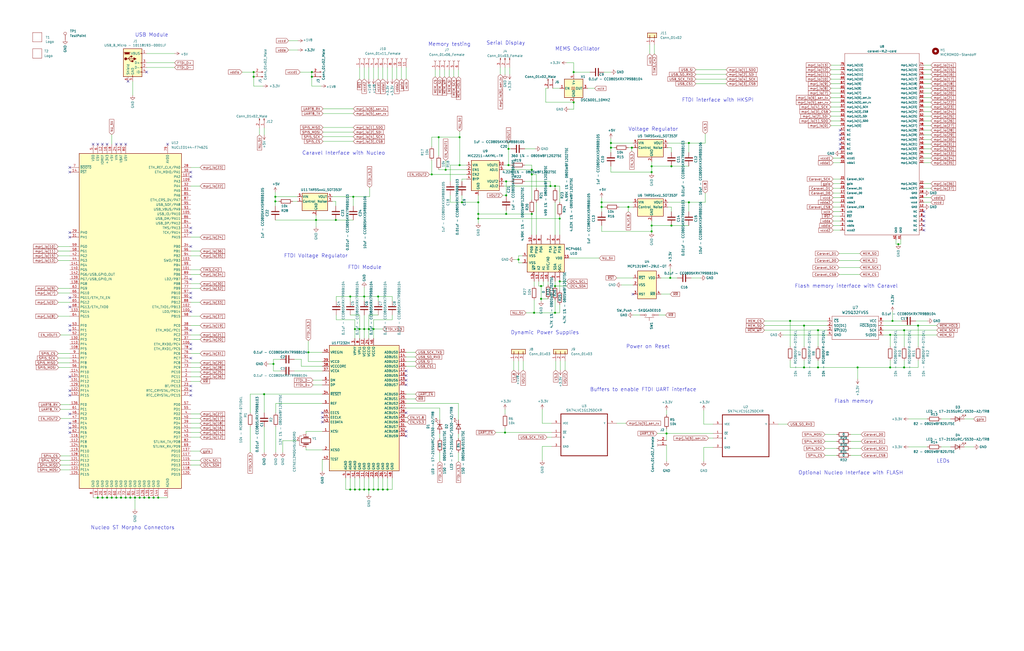
<source format=kicad_sch>
(kicad_sch (version 20230121) (generator eeschema)
  (paper "User" 558.8 355.6)
  (junction (at 68.58 271.78))
  (junction (at 58.42 271.78))
  (junction (at 365.76 151.765))
  (junction (at 172.466 120.142))
  (junction (at 438.785 177.8))
  (junction (at 302.895 170.815))
  (junction (at 260.985 119.38))
  (junction (at 71.12 271.78))
  (junction (at 191.135 161.925))
  (junction (at 208.915 267.335))
  (junction (at 252.095 110.49))
  (junction (at 198.755 267.335))
  (junction (at 375.92 78.105))
  (junction (at 198.755 179.705))
  (junction (at 328.295 110.49))
  (junction (at 260.985 110.49))
  (junction (at 144.145 215.265))
  (junction (at 168.275 192.405))
  (junction (at 66.04 271.78))
  (junction (at 355.6 93.98))
  (junction (at 196.215 267.335))
  (junction (at 276.225 99.06))
  (junction (at 170.18 39.37))
  (junction (at 302.895 156.21))
  (junction (at 201.295 267.335))
  (junction (at 53.34 271.78))
  (junction (at 63.5 271.78))
  (junction (at 60.96 271.78))
  (junction (at 243.205 92.71))
  (junction (at 193.675 179.705))
  (junction (at 277.495 81.28))
  (junction (at 446.405 200.66))
  (junction (at 235.585 95.25))
  (junction (at 86.36 271.78))
  (junction (at 313.055 55.88))
  (junction (at 78.74 271.78))
  (junction (at 206.375 267.335))
  (junction (at 150.241 109.982))
  (junction (at 203.835 267.335))
  (junction (at 305.435 119.38))
  (junction (at 344.805 80.645))
  (junction (at 328.295 113.03))
  (junction (at 355.6 90.805))
  (junction (at 250.825 90.17))
  (junction (at 302.895 101.6))
  (junction (at 203.835 179.705))
  (junction (at 501.015 177.8))
  (junction (at 290.195 95.25))
  (junction (at 282.956 141.732))
  (junction (at 196.215 179.705))
  (junction (at 239.395 74.93))
  (junction (at 193.675 267.335))
  (junction (at 277.495 90.17))
  (junction (at 333.375 78.105))
  (junction (at 211.455 267.335))
  (junction (at 291.465 170.815))
  (junction (at 290.195 116.84))
  (junction (at 198.755 161.925))
  (junction (at 363.728 236.728))
  (junction (at 485.775 200.66))
  (junction (at 138.43 39.37))
  (junction (at 366.395 90.805))
  (junction (at 431.165 175.26))
  (junction (at 490.22 133.35))
  (junction (at 81.28 271.78))
  (junction (at 467.995 200.66))
  (junction (at 201.295 179.705))
  (junction (at 76.2 271.78))
  (junction (at 493.395 200.66))
  (junction (at 290.195 92.71))
  (junction (at 342.9 113.03))
  (junction (at 313.055 39.37))
  (junction (at 150.241 107.442))
  (junction (at 355.6 123.19))
  (junction (at 170.18 41.91))
  (junction (at 300.355 101.6))
  (junction (at 295.275 163.195))
  (junction (at 191.135 267.335))
  (junction (at 355.6 126.365))
  (junction (at 305.435 153.67))
  (junction (at 250.825 74.93))
  (junction (at 83.82 271.78))
  (junction (at 183.261 120.142))
  (junction (at 55.88 271.78))
  (junction (at 276.225 106.68))
  (junction (at 138.43 41.91))
  (junction (at 487.045 175.26))
  (junction (at 73.66 271.78))
  (junction (at 276.225 116.84))
  (junction (at 260.985 116.84))
  (junction (at 149.225 198.755))
  (junction (at 485.775 182.88))
  (junction (at 446.405 180.34))
  (junction (at 375.92 110.49))
  (junction (at 295.275 156.21))
  (junction (at 366.395 123.19))
  (junction (at 206.375 161.925))
  (junction (at 275.59 236.22))
  (junction (at 333.375 80.645))
  (junction (at 438.785 200.66))
  (junction (at 192.786 107.442))
  (junction (at 493.395 180.34))
  (no_connect (at 458.47 73.66))
  (no_connect (at 38.1 177.8))
  (no_connect (at 38.1 180.34))
  (no_connect (at 38.1 127))
  (no_connect (at 38.1 129.54))
  (no_connect (at 104.14 210.82))
  (no_connect (at 104.14 170.18))
  (no_connect (at 38.1 93.98))
  (no_connect (at 104.14 213.36))
  (no_connect (at 104.14 215.9))
  (no_connect (at 38.1 91.44))
  (no_connect (at 175.895 230.505))
  (no_connect (at 221.615 225.425))
  (no_connect (at 91.44 78.74))
  (no_connect (at 458.47 71.12))
  (no_connect (at 80.01 39.37))
  (no_connect (at 345.44 160.655))
  (no_connect (at 38.1 167.64))
  (no_connect (at 504.19 123.19))
  (no_connect (at 69.85 44.45))
  (no_connect (at 221.615 235.585))
  (no_connect (at 504.19 118.11))
  (no_connect (at 458.47 78.74))
  (no_connect (at 104.14 134.62))
  (no_connect (at 38.1 236.22))
  (no_connect (at 104.14 195.58))
  (no_connect (at 104.14 124.46))
  (no_connect (at 104.14 127))
  (no_connect (at 104.14 180.34))
  (no_connect (at 38.1 162.56))
  (no_connect (at 38.1 213.36))
  (no_connect (at 458.47 76.2))
  (no_connect (at 221.615 202.565))
  (no_connect (at 504.19 125.73))
  (no_connect (at 104.14 160.02))
  (no_connect (at 175.895 227.965))
  (no_connect (at 38.1 226.06))
  (no_connect (at 38.1 205.74))
  (no_connect (at 38.1 233.68))
  (no_connect (at 504.19 120.65))
  (no_connect (at 221.615 207.645))
  (no_connect (at 221.615 238.125))
  (no_connect (at 104.14 93.98))
  (no_connect (at 504.19 115.57))
  (no_connect (at 66.04 78.74))
  (no_connect (at 68.58 78.74))
  (no_connect (at 50.8 78.74))
  (no_connect (at 53.34 78.74))
  (no_connect (at 55.88 78.74))
  (no_connect (at 58.42 78.74))
  (no_connect (at 63.5 78.74))
  (no_connect (at 104.14 152.4))
  (no_connect (at 104.14 162.56))
  (no_connect (at 38.1 231.14))
  (no_connect (at 221.615 210.185))
  (no_connect (at 221.615 205.105))
  (no_connect (at 104.14 187.96))
  (no_connect (at 104.14 190.5))
  (no_connect (at 104.14 96.52))
  (no_connect (at 458.47 81.28))
  (no_connect (at 175.895 225.425))
  (no_connect (at 38.1 215.9))
  (wire (pts (xy 252.095 97.79) (xy 252.095 99.06)))
  (wire (pts (xy 33.02 256.54) (xy 38.1 256.54)))
  (wire (pts (xy 295.275 156.21) (xy 296.545 156.21)))
  (wire (pts (xy 278.13 36.83) (xy 278.13 40.64)))
  (wire (pts (xy 299.085 153.67) (xy 299.085 155.575)))
  (wire (pts (xy 275.59 233.68) (xy 275.59 236.22)))
  (wire (pts (xy 193.675 260.985) (xy 193.675 267.335)))
  (wire (pts (xy 144.145 233.045) (xy 144.145 247.015)))
  (wire (pts (xy 80.01 34.29) (xy 95.25 34.29)))
  (wire (pts (xy 208.915 36.83) (xy 208.915 43.18)))
  (wire (pts (xy 310.515 140.97) (xy 327.025 140.97)))
  (wire (pts (xy 488.95 133.35) (xy 488.95 130.81)))
  (wire (pts (xy 170.815 207.645) (xy 175.895 207.645)))
  (wire (pts (xy 508 100.33) (xy 504.19 100.33)))
  (wire (pts (xy 333.375 78.105) (xy 345.44 78.105)))
  (wire (pts (xy 292.735 95.25) (xy 292.735 102.87)))
  (wire (pts (xy 188.595 267.335) (xy 191.135 267.335)))
  (wire (pts (xy 485.775 196.85) (xy 485.775 200.66)))
  (wire (pts (xy 508 107.95) (xy 504.19 107.95)))
  (wire (pts (xy 384.81 73.025) (xy 384.81 78.105)))
  (wire (pts (xy 282.956 139.7) (xy 285.115 139.7)))
  (wire (pts (xy 438.785 200.66) (xy 446.405 200.66)))
  (wire (pts (xy 172.466 117.602) (xy 172.466 120.142)))
  (wire (pts (xy 501.015 200.66) (xy 501.015 196.85)))
  (wire (pts (xy 301.625 48.26) (xy 305.435 48.26)))
  (wire (pts (xy 355.6 90.805) (xy 355.6 93.98)))
  (wire (pts (xy 286.385 81.28) (xy 292.1 81.28)))
  (wire (pts (xy 104.14 205.74) (xy 109.22 205.74)))
  (wire (pts (xy 458.47 63.5) (xy 453.39 63.5)))
  (wire (pts (xy 355.6 93.98) (xy 355.6 94.615)))
  (wire (pts (xy 260.985 116.84) (xy 260.985 119.38)))
  (wire (pts (xy 104.14 157.48) (xy 109.22 157.48)))
  (wire (pts (xy 431.165 175.26) (xy 431.165 189.23)))
  (wire (pts (xy 154.305 240.665) (xy 161.925 240.665)))
  (wire (pts (xy 167.005 244.475) (xy 167.005 245.745)))
  (wire (pts (xy 277.495 81.28) (xy 278.765 81.28)))
  (wire (pts (xy 458.47 118.11) (xy 454.66 118.11)))
  (wire (pts (xy 295.275 156.21) (xy 295.275 163.195)))
  (wire (pts (xy 375.92 90.805) (xy 366.395 90.805)))
  (wire (pts (xy 104.14 236.22) (xy 109.22 236.22)))
  (wire (pts (xy 168.275 186.055) (xy 168.275 192.405)))
  (wire (pts (xy 508 40.64) (xy 504.19 40.64)))
  (wire (pts (xy 213.995 43.18) (xy 213.995 36.83)))
  (wire (pts (xy 221.615 230.505) (xy 222.25 230.505)))
  (wire (pts (xy 287.02 170.815) (xy 291.465 170.815)))
  (wire (pts (xy 245.745 106.68) (xy 245.745 110.49)))
  (wire (pts (xy 201.295 260.985) (xy 201.295 267.335)))
  (wire (pts (xy 379.73 38.1) (xy 396.24 38.1)))
  (wire (pts (xy 495.808 244.094) (xy 505.968 244.094)))
  (wire (pts (xy 192.786 74.676) (xy 176.276 74.676)))
  (wire (pts (xy 379.73 40.64) (xy 396.24 40.64)))
  (wire (pts (xy 86.36 271.78) (xy 91.44 271.78)))
  (wire (pts (xy 457.835 142.24) (xy 469.265 142.24)))
  (wire (pts (xy 508 76.2) (xy 504.19 76.2)))
  (wire (pts (xy 508 50.8) (xy 504.19 50.8)))
  (wire (pts (xy 250.19 239.395) (xy 250.19 236.855)))
  (wire (pts (xy 213.995 260.985) (xy 213.995 267.335)))
  (wire (pts (xy 458.47 45.72) (xy 453.39 45.72)))
  (wire (pts (xy 493.395 196.85) (xy 493.395 200.66)))
  (wire (pts (xy 168.275 197.485) (xy 175.895 197.485)))
  (wire (pts (xy 203.835 267.335) (xy 201.295 267.335)))
  (wire (pts (xy 458.47 115.57) (xy 454.66 115.57)))
  (wire (pts (xy 508 81.28) (xy 504.19 81.28)))
  (wire (pts (xy 277.495 90.17) (xy 278.765 90.17)))
  (wire (pts (xy 31.75 198.12) (xy 38.1 198.12)))
  (wire (pts (xy 149.225 202.565) (xy 153.035 202.565)))
  (wire (pts (xy 493.395 200.66) (xy 501.015 200.66)))
  (wire (pts (xy 203.835 260.985) (xy 203.835 267.335)))
  (wire (pts (xy 198.755 164.465) (xy 198.755 161.925)))
  (wire (pts (xy 290.195 90.17) (xy 286.385 90.17)))
  (wire (pts (xy 196.215 267.335) (xy 198.755 267.335)))
  (wire (pts (xy 188.595 260.985) (xy 188.595 267.335)))
  (wire (pts (xy 104.14 139.7) (xy 109.22 139.7)))
  (wire (pts (xy 285.496 197.104) (xy 285.496 202.184)))
  (wire (pts (xy 375.92 110.49) (xy 375.92 115.57)))
  (wire (pts (xy 458.47 48.26) (xy 453.39 48.26)))
  (wire (pts (xy 211.455 267.335) (xy 208.915 267.335)))
  (wire (pts (xy 450.215 248.666) (xy 456.565 248.666)))
  (wire (pts (xy 203.835 179.705) (xy 203.835 174.625)))
  (wire (pts (xy 300.99 231.14) (xy 295.91 231.14)))
  (wire (pts (xy 363.728 234.188) (xy 363.728 236.728)))
  (wire (pts (xy 487.045 175.26) (xy 492.125 175.26)))
  (wire (pts (xy 104.14 228.6) (xy 109.22 228.6)))
  (wire (pts (xy 386.588 239.268) (xy 389.128 239.268)))
  (wire (pts (xy 76.2 271.78) (xy 78.74 271.78)))
  (wire (pts (xy 170.815 210.185) (xy 175.895 210.185)))
  (wire (pts (xy 333.375 80.645) (xy 333.375 78.105)))
  (wire (pts (xy 221.615 222.885) (xy 240.03 222.885)))
  (wire (pts (xy 136.525 215.265) (xy 144.145 215.265)))
  (wire (pts (xy 297.815 55.88) (xy 313.055 55.88)))
  (wire (pts (xy 333.375 80.645) (xy 335.28 80.645)))
  (wire (pts (xy 446.405 180.34) (xy 451.485 180.34)))
  (wire (pts (xy 149.225 196.215) (xy 153.035 196.215)))
  (wire (pts (xy 176.276 72.136) (xy 192.786 72.136)))
  (wire (pts (xy 252.095 110.49) (xy 260.985 110.49)))
  (wire (pts (xy 138.43 39.37) (xy 138.43 41.91)))
  (wire (pts (xy 136.525 233.045) (xy 136.525 247.015)))
  (wire (pts (xy 203.835 174.625) (xy 213.995 174.625)))
  (wire (pts (xy 384.048 251.968) (xy 384.048 244.348)))
  (wire (pts (xy 526.288 244.094) (xy 531.368 244.094)))
  (wire (pts (xy 219.075 36.83) (xy 219.075 43.18)))
  (wire (pts (xy 305.435 118.11) (xy 305.435 119.38)))
  (wire (pts (xy 274.955 99.06) (xy 276.225 99.06)))
  (wire (pts (xy 201.295 179.705) (xy 201.295 172.085)))
  (wire (pts (xy 274.955 90.17) (xy 277.495 90.17)))
  (wire (pts (xy 221.615 192.405) (xy 226.695 192.405)))
  (wire (pts (xy 458.47 68.58) (xy 453.39 68.58)))
  (wire (pts (xy 457.835 149.86) (xy 469.265 149.86)))
  (wire (pts (xy 211.455 260.985) (xy 211.455 267.335)))
  (wire (pts (xy 508 53.34) (xy 504.19 53.34)))
  (wire (pts (xy 363.728 226.568) (xy 363.728 224.028)))
  (wire (pts (xy 328.295 107.95) (xy 328.295 110.49)))
  (wire (pts (xy 72.39 44.45) (xy 72.39 52.07)))
  (wire (pts (xy 286.385 99.06) (xy 300.355 99.06)))
  (wire (pts (xy 239.395 74.93) (xy 239.395 85.09)))
  (wire (pts (xy 458.47 88.9) (xy 454.66 88.9)))
  (wire (pts (xy 157.48 22.225) (xy 162.56 22.225)))
  (wire (pts (xy 198.755 179.705) (xy 201.295 179.705)))
  (wire (pts (xy 354.584 24.384) (xy 354.584 29.464)))
  (wire (pts (xy 300.355 101.6) (xy 302.895 101.6)))
  (wire (pts (xy 201.295 179.705) (xy 203.835 179.705)))
  (wire (pts (xy 342.9 80.645) (xy 344.805 80.645)))
  (wire (pts (xy 295.275 164.465) (xy 295.275 163.195)))
  (wire (pts (xy 446.405 180.34) (xy 446.405 189.23)))
  (wire (pts (xy 290.195 92.71) (xy 274.955 92.71)))
  (wire (pts (xy 149.225 198.755) (xy 149.225 202.565)))
  (wire (pts (xy 234.315 95.25) (xy 235.585 95.25)))
  (wire (pts (xy 508 68.58) (xy 504.19 68.58)))
  (wire (pts (xy 300.99 236.22) (xy 275.59 236.22)))
  (wire (pts (xy 313.055 39.37) (xy 313.055 34.29)))
  (wire (pts (xy 81.28 271.78) (xy 83.82 271.78)))
  (wire (pts (xy 458.47 102.87) (xy 454.66 102.87)))
  (wire (pts (xy 242.57 38.1) (xy 242.57 41.91)))
  (wire (pts (xy 292.735 110.49) (xy 292.735 128.27)))
  (wire (pts (xy 377.19 151.765) (xy 382.27 151.765)))
  (wire (pts (xy 491.49 130.81) (xy 491.49 133.35)))
  (wire (pts (xy 355.6 120.65) (xy 355.6 123.19)))
  (wire (pts (xy 458.47 38.1) (xy 453.39 38.1)))
  (wire (pts (xy 237.49 38.1) (xy 237.49 41.91)))
  (wire (pts (xy 150.495 225.425) (xy 150.495 220.345)))
  (wire (pts (xy 290.195 116.84) (xy 290.195 128.27)))
  (wire (pts (xy 191.135 164.465) (xy 191.135 161.925)))
  (wire (pts (xy 277.495 81.28) (xy 277.495 90.17)))
  (wire (pts (xy 467.995 200.66) (xy 485.775 200.66)))
  (wire (pts (xy 150.241 120.142) (xy 172.466 120.142)))
  (wire (pts (xy 201.676 102.362) (xy 201.676 107.442)))
  (wire (pts (xy 485.775 200.66) (xy 493.395 200.66)))
  (wire (pts (xy 458.47 113.03) (xy 454.66 113.03)))
  (wire (pts (xy 294.005 153.67) (xy 294.005 156.21)))
  (wire (pts (xy 104.14 172.72) (xy 109.22 172.72)))
  (wire (pts (xy 513.588 228.854) (xy 518.668 228.854)))
  (wire (pts (xy 446.405 196.85) (xy 446.405 200.66)))
  (wire (pts (xy 38.1 220.98) (xy 33.02 220.98)))
  (wire (pts (xy 203.835 184.785) (xy 203.835 179.705)))
  (wire (pts (xy 206.375 161.925) (xy 206.375 164.465)))
  (wire (pts (xy 481.965 175.26) (xy 487.045 175.26)))
  (wire (pts (xy 464.185 241.046) (xy 469.9 241.046)))
  (wire (pts (xy 104.14 129.54) (xy 109.22 129.54)))
  (wire (pts (xy 464.185 248.666) (xy 469.9 248.666)))
  (wire (pts (xy 458.47 110.49) (xy 454.66 110.49)))
  (wire (pts (xy 384.81 105.41) (xy 384.81 110.49)))
  (wire (pts (xy 313.055 40.64) (xy 313.055 39.37)))
  (wire (pts (xy 458.47 58.42) (xy 453.39 58.42)))
  (wire (pts (xy 193.675 179.705) (xy 193.675 184.785)))
  (wire (pts (xy 104.14 233.68) (xy 109.22 233.68)))
  (wire (pts (xy 355.6 123.19) (xy 355.6 126.365)))
  (wire (pts (xy 389.128 236.728) (xy 363.728 236.728)))
  (wire (pts (xy 175.895 202.565) (xy 160.655 202.565)))
  (wire (pts (xy 60.96 271.78) (xy 63.5 271.78)))
  (wire (pts (xy 221.615 194.945) (xy 226.695 194.945)))
  (wire (pts (xy 365.76 151.765) (xy 365.76 146.685)))
  (wire (pts (xy 213.995 174.625) (xy 213.995 172.085)))
  (wire (pts (xy 252.095 97.79) (xy 254.635 97.79)))
  (wire (pts (xy 458.47 40.64) (xy 453.39 40.64)))
  (wire (pts (xy 208.915 267.335) (xy 206.375 267.335)))
  (wire (pts (xy 495.808 228.854) (xy 505.968 228.854)))
  (wire (pts (xy 333.375 93.98) (xy 355.6 93.98)))
  (wire (pts (xy 191.135 161.925) (xy 198.755 161.925)))
  (wire (pts (xy 168.275 192.405) (xy 168.275 197.485)))
  (wire (pts (xy 508 55.88) (xy 504.19 55.88)))
  (wire (pts (xy 365.76 151.765) (xy 369.57 151.765)))
  (wire (pts (xy 203.835 36.83) (xy 203.835 43.18)))
  (wire (pts (xy 104.14 165.1) (xy 109.22 165.1)))
  (wire (pts (xy 375.92 78.105) (xy 375.92 83.185)))
  (wire (pts (xy 240.03 239.395) (xy 240.03 236.855)))
  (wire (pts (xy 290.195 95.25) (xy 290.195 109.22)))
  (wire (pts (xy 329.565 39.37) (xy 333.375 39.37)))
  (wire (pts (xy 164.465 200.025) (xy 175.895 200.025)))
  (wire (pts (xy 196.215 172.085) (xy 191.135 172.085)))
  (wire (pts (xy 198.755 179.705) (xy 198.755 172.085)))
  (wire (pts (xy 104.14 149.86) (xy 109.22 149.86)))
  (wire (pts (xy 193.675 267.335) (xy 196.215 267.335)))
  (wire (pts (xy 458.47 55.88) (xy 453.39 55.88)))
  (wire (pts (xy 438.785 177.8) (xy 438.785 189.23)))
  (wire (pts (xy 63.5 271.78) (xy 66.04 271.78)))
  (wire (pts (xy 342.9 113.03) (xy 342.9 115.57)))
  (wire (pts (xy 138.43 46.99) (xy 143.51 46.99)))
  (wire (pts (xy 33.02 248.92) (xy 38.1 248.92)))
  (wire (pts (xy 336.55 231.14) (xy 341.63 231.14)))
  (wire (pts (xy 181.356 109.982) (xy 183.261 109.982)))
  (wire (pts (xy 290.195 90.17) (xy 290.195 92.71)))
  (wire (pts (xy 201.295 172.085) (xy 206.375 172.085)))
  (wire (pts (xy 31.75 134.62) (xy 38.1 134.62)))
  (wire (pts (xy 104.14 185.42) (xy 109.22 185.42)))
  (wire (pts (xy 150.241 107.442) (xy 162.306 107.442)))
  (wire (pts (xy 276.225 116.84) (xy 290.195 116.84)))
  (wire (pts (xy 175.895 257.175) (xy 175.895 250.825)))
  (wire (pts (xy 305.435 110.49) (xy 305.435 101.6)))
  (wire (pts (xy 499.745 175.26) (xy 506.095 175.26)))
  (wire (pts (xy 250.825 90.17) (xy 254.635 90.17)))
  (wire (pts (xy 109.22 200.66) (xy 104.14 200.66)))
  (wire (pts (xy 213.995 267.335) (xy 211.455 267.335)))
  (wire (pts (xy 104.14 137.16) (xy 109.22 137.16)))
  (wire (pts (xy 260.985 110.49) (xy 260.985 106.68)))
  (wire (pts (xy 144.145 215.265) (xy 175.895 215.265)))
  (wire (pts (xy 355.6 90.805) (xy 366.395 90.805)))
  (wire (pts (xy 467.995 207.01) (xy 467.995 200.66)))
  (wire (pts (xy 431.165 200.66) (xy 431.165 196.85)))
  (wire (pts (xy 366.395 80.645) (xy 366.395 83.185)))
  (wire (pts (xy 364.49 80.645) (xy 366.395 80.645)))
  (wire (pts (xy 154.305 247.015) (xy 154.305 240.665)))
  (wire (pts (xy 328.295 115.57) (xy 328.295 113.03)))
  (wire (pts (xy 363.728 240.538) (xy 363.728 236.728)))
  (wire (pts (xy 328.295 110.49) (xy 345.44 110.49)))
  (wire (pts (xy 458.47 60.96) (xy 453.39 60.96)))
  (wire (pts (xy 508 73.66) (xy 504.19 73.66)))
  (wire (pts (xy 104.14 177.8) (xy 109.22 177.8)))
  (wire (pts (xy 198.755 36.83) (xy 198.755 43.18)))
  (wire (pts (xy 295.91 251.46) (xy 295.91 243.84)))
  (wire (pts (xy 513.588 244.094) (xy 518.668 244.094)))
  (wire (pts (xy 501.015 177.8) (xy 501.015 189.23)))
  (wire (pts (xy 508 83.82) (xy 504.19 83.82)))
  (wire (pts (xy 384.048 224.028) (xy 384.048 231.648)))
  (wire (pts (xy 360.68 151.765) (xy 365.76 151.765)))
  (wire (pts (xy 240.03 38.1) (xy 240.03 41.91)))
  (wire (pts (xy 66.04 271.78) (xy 68.58 271.78)))
  (wire (pts (xy 160.655 196.215) (xy 164.465 196.215)))
  (wire (pts (xy 73.66 271.78) (xy 76.2 271.78)))
  (wire (pts (xy 328.295 126.365) (xy 328.295 123.19)))
  (wire (pts (xy 164.465 196.215) (xy 164.465 200.025)))
  (wire (pts (xy 333.375 93.98) (xy 333.375 90.805)))
  (wire (pts (xy 508 110.49) (xy 504.19 110.49)))
  (wire (pts (xy 526.288 228.854) (xy 531.368 228.854)))
  (wire (pts (xy 216.535 43.18) (xy 216.535 36.83)))
  (wire (pts (xy 305.435 119.38) (xy 305.435 128.27)))
  (wire (pts (xy 375.92 123.19) (xy 366.395 123.19)))
  (wire (pts (xy 250.19 38.1) (xy 250.19 41.91)))
  (wire (pts (xy 277.495 78.105) (xy 277.495 81.28)))
  (wire (pts (xy 176.276 61.976) (xy 192.786 61.976)))
  (wire (pts (xy 181.356 107.442) (xy 192.786 107.442)))
  (wire (pts (xy 168.275 192.405) (xy 175.895 192.405)))
  (wire (pts (xy 302.895 153.67) (xy 302.895 156.21)))
  (wire (pts (xy 345.44 172.085) (xy 349.25 172.085)))
  (wire (pts (xy 305.816 197.104) (xy 305.816 202.184)))
  (wire (pts (xy 104.14 208.28) (xy 109.22 208.28)))
  (wire (pts (xy 291.465 163.83) (xy 291.465 170.815)))
  (wire (pts (xy 355.6 126.365) (xy 355.6 127)))
  (wire (pts (xy 290.195 95.25) (xy 292.735 95.25)))
  (wire (pts (xy 150.241 109.982) (xy 150.241 107.442)))
  (wire (pts (xy 295.91 223.52) (xy 295.91 231.14)))
  (wire (pts (xy 355.6 123.19) (xy 366.395 123.19)))
  (wire (pts (xy 417.195 177.8) (xy 438.785 177.8)))
  (wire (pts (xy 50.8 271.78) (xy 53.34 271.78)))
  (wire (pts (xy 53.34 271.78) (xy 55.88 271.78)))
  (wire (pts (xy 508 71.12) (xy 504.19 71.12)))
  (wire (pts (xy 501.015 177.8) (xy 511.175 177.8)))
  (wire (pts (xy 192.786 107.442) (xy 201.676 107.442)))
  (wire (pts (xy 104.14 147.32) (xy 109.22 147.32)))
  (wire (pts (xy 150.495 220.345) (xy 175.895 220.345)))
  (wire (pts (xy 191.135 161.925) (xy 183.515 161.925)))
  (wire (pts (xy 192.786 120.142) (xy 183.261 120.142)))
  (wire (pts (xy 104.14 182.88) (xy 109.22 182.88)))
  (wire (pts (xy 493.395 180.34) (xy 493.395 189.23)))
  (wire (pts (xy 104.14 226.06) (xy 109.22 226.06)))
  (wire (pts (xy 446.405 200.66) (xy 467.995 200.66)))
  (wire (pts (xy 457.835 138.43) (xy 469.265 138.43)))
  (wire (pts (xy 491.49 133.35) (xy 490.22 133.35)))
  (wire (pts (xy 221.615 36.83) (xy 221.615 43.18)))
  (wire (pts (xy 203.835 179.705) (xy 208.915 179.705)))
  (wire (pts (xy 276.225 106.68) (xy 276.225 107.315)))
  (wire (pts (xy 328.295 113.03) (xy 330.2 113.03)))
  (wire (pts (xy 508 63.5) (xy 504.19 63.5)))
  (wire (pts (xy 424.688 231.648) (xy 429.768 231.648)))
  (wire (pts (xy 163.83 39.37) (xy 170.18 39.37)))
  (wire (pts (xy 458.47 53.34) (xy 453.39 53.34)))
  (wire (pts (xy 458.47 100.33) (xy 454.66 100.33)))
  (wire (pts (xy 384.048 244.348) (xy 389.128 244.348)))
  (wire (pts (xy 250.19 252.095) (xy 250.19 247.015)))
  (wire (pts (xy 221.615 220.345) (xy 250.19 220.345)))
  (wire (pts (xy 104.14 246.38) (xy 109.22 246.38)))
  (wire (pts (xy 206.375 36.83) (xy 206.375 43.18)))
  (wire (pts (xy 250.825 71.755) (xy 250.825 74.93)))
  (wire (pts (xy 485.775 182.88) (xy 511.175 182.88)))
  (wire (pts (xy 450.215 237.236) (xy 456.565 237.236)))
  (wire (pts (xy 239.395 74.93) (xy 250.825 74.93)))
  (wire (pts (xy 104.14 91.44) (xy 109.22 91.44)))
  (wire (pts (xy 176.276 69.596) (xy 192.786 69.596)))
  (wire (pts (xy 313.055 59.69) (xy 313.055 55.88)))
  (wire (pts (xy 109.22 198.12) (xy 104.14 198.12)))
  (wire (pts (xy 280.67 141.732) (xy 282.956 141.732)))
  (wire (pts (xy 144.145 225.425) (xy 144.145 215.265)))
  (wire (pts (xy 366.395 113.03) (xy 366.395 115.57)))
  (wire (pts (xy 206.375 267.335) (xy 203.835 267.335)))
  (wire (pts (xy 150.241 104.902) (xy 150.241 107.442)))
  (wire (pts (xy 458.47 35.56) (xy 453.39 35.56)))
  (wire (pts (xy 273.05 36.83) (xy 273.05 40.64)))
  (wire (pts (xy 359.41 172.085) (xy 363.22 172.085)))
  (wire (pts (xy 192.786 107.442) (xy 192.786 112.522)))
  (wire (pts (xy 364.49 78.105) (xy 375.92 78.105)))
  (wire (pts (xy 221.615 227.965) (xy 222.25 227.965)))
  (wire (pts (xy 458.47 97.79) (xy 454.66 97.79)))
  (wire (pts (xy 438.785 177.8) (xy 451.485 177.8)))
  (wire (pts (xy 136.525 225.425) (xy 136.525 215.265)))
  (wire (pts (xy 375.92 110.49) (xy 384.81 110.49)))
  (wire (pts (xy 32.004 200.66) (xy 38.1 200.66)))
  (wire (pts (xy 508 58.42) (xy 504.19 58.42)))
  (wire (pts (xy 243.205 87.63) (xy 243.205 92.71)))
  (wire (pts (xy 457.835 146.05) (xy 469.265 146.05)))
  (wire (pts (xy 276.225 99.06) (xy 276.225 106.68)))
  (wire (pts (xy 508 48.26) (xy 504.19 48.26)))
  (wire (pts (xy 364.49 110.49) (xy 375.92 110.49)))
  (wire (pts (xy 198.755 161.925) (xy 198.755 156.845)))
  (wire (pts (xy 198.755 260.985) (xy 198.755 267.335)))
  (wire (pts (xy 201.295 36.83) (xy 201.295 43.18)))
  (wire (pts (xy 508 88.9) (xy 504.19 88.9)))
  (wire (pts (xy 458.47 107.95) (xy 454.66 107.95)))
  (wire (pts (xy 73.66 271.78) (xy 73.66 278.13)))
  (wire (pts (xy 150.495 233.045) (xy 150.495 247.015)))
  (wire (pts (xy 379.73 45.72) (xy 396.24 45.72)))
  (wire (pts (xy 302.895 110.49) (xy 302.895 128.27)))
  (wire (pts (xy 159.766 109.982) (xy 162.306 109.982)))
  (wire (pts (xy 363.728 236.728) (xy 358.648 236.728)))
  (wire (pts (xy 337.82 113.03) (xy 342.9 113.03)))
  (wire (pts (xy 481.965 180.34) (xy 493.395 180.34)))
  (wire (pts (xy 31.75 193.04) (xy 38.1 193.04)))
  (wire (pts (xy 60.96 73.533) (xy 60.96 78.74)))
  (wire (pts (xy 427.355 182.88) (xy 451.485 182.88)))
  (wire (pts (xy 104.14 231.14) (xy 109.22 231.14)))
  (wire (pts (xy 298.45 238.76) (xy 300.99 238.76)))
  (wire (pts (xy 31.75 195.58) (xy 38.1 195.58)))
  (wire (pts (xy 150.241 112.522) (xy 150.241 109.982)))
  (wire (pts (xy 240.03 222.885) (xy 240.03 229.235)))
  (wire (pts (xy 208.915 260.985) (xy 208.915 267.335)))
  (wire (pts (xy 260.985 110.49) (xy 260.985 116.84)))
  (wire (pts (xy 438.785 196.85) (xy 438.785 200.66)))
  (wire (pts (xy 417.195 175.26) (xy 431.165 175.26)))
  (wire (pts (xy 38.1 228.6) (xy 33.02 228.6)))
  (wire (pts (xy 221.615 197.485) (xy 226.695 197.485)))
  (wire (pts (xy 104.14 254) (xy 109.22 254)))
  (wire (pts (xy 235.585 95.25) (xy 254.635 95.25)))
  (wire (pts (xy 157.48 27.305) (xy 162.56 27.305)))
  (wire (pts (xy 33.02 254) (xy 38.1 254)))
  (wire (pts (xy 431.165 200.66) (xy 438.785 200.66)))
  (wire (pts (xy 375.92 78.105) (xy 384.81 78.105)))
  (wire (pts (xy 320.675 48.26) (xy 324.485 48.26)))
  (wire (pts (xy 493.395 180.34) (xy 511.175 180.34)))
  (wire (pts (xy 302.895 101.6) (xy 302.895 102.87)))
  (wire (pts (xy 389.128 231.648) (xy 384.048 231.648)))
  (wire (pts (xy 305.435 153.67) (xy 309.245 153.67)))
  (wire (pts (xy 328.295 110.49) (xy 328.295 113.03)))
  (wire (pts (xy 363.728 251.968) (xy 363.728 243.078)))
  (wire (pts (xy 38.1 157.48) (xy 31.75 157.48)))
  (wire (pts (xy 508 60.96) (xy 504.19 60.96)))
  (wire (pts (xy 275.59 36.83) (xy 275.59 40.64)))
  (wire (pts (xy 417.195 180.34) (xy 446.405 180.34)))
  (wire (pts (xy 305.435 153.67) (xy 305.435 158.75)))
  (wire (pts (xy 296.545 156.21) (xy 296.545 153.67)))
  (wire (pts (xy 183.515 161.925) (xy 183.515 164.465)))
  (wire (pts (xy 339.09 155.575) (xy 345.44 155.575)))
  (wire (pts (xy 297.815 48.26) (xy 299.085 48.26)))
  (wire (pts (xy 276.225 99.06) (xy 278.765 99.06)))
  (wire (pts (xy 245.745 99.06) (xy 245.745 90.17)))
  (wire (pts (xy 313.055 34.29) (xy 309.245 34.29)))
  (wire (pts (xy 183.261 109.982) (xy 183.261 112.522)))
  (wire (pts (xy 333.375 83.185) (xy 333.375 80.645)))
  (wire (pts (xy 31.75 142.24) (xy 38.1 142.24)))
  (wire (pts (xy 58.42 271.78) (xy 60.96 271.78)))
  (wire (pts (xy 274.32 106.68) (xy 276.225 106.68)))
  (wire (pts (xy 300.355 99.06) (xy 300.355 101.6)))
  (wire (pts (xy 490.22 133.35) (xy 488.95 133.35)))
  (wire (pts (xy 245.745 110.49) (xy 252.095 110.49)))
  (wire (pts (xy 252.095 106.68) (xy 252.095 110.49)))
  (wire (pts (xy 458.47 66.04) (xy 453.39 66.04)))
  (wire (pts (xy 193.675 174.625) (xy 183.515 174.625)))
  (wire (pts (xy 167.005 236.855) (xy 167.005 235.585)))
  (wire (pts (xy 146.685 198.755) (xy 149.225 198.755)))
  (wire (pts (xy 170.18 41.91) (xy 170.18 46.99)))
  (wire (pts (xy 196.215 179.705) (xy 196.215 172.085)))
  (wire (pts (xy 172.466 120.142) (xy 172.466 123.952)))
  (wire (pts (xy 303.276 197.104) (xy 303.276 202.184)))
  (wire (pts (xy 274.955 101.6) (xy 300.355 101.6)))
  (wire (pts (xy 458.47 86.36) (xy 454.66 86.36)))
  (wire (pts (xy 138.43 41.91) (xy 138.43 46.99)))
  (wire (pts (xy 282.956 141.732) (xy 282.956 139.7)))
  (wire (pts (xy 198.755 267.335) (xy 201.295 267.335)))
  (wire (pts (xy 275.59 226.06) (xy 275.59 223.52)))
  (wire (pts (xy 172.466 120.142) (xy 183.261 120.142)))
  (wire (pts (xy 458.47 50.8) (xy 453.39 50.8)))
  (wire (pts (xy 290.195 92.71) (xy 290.195 95.25)))
  (wire (pts (xy 206.375 161.925) (xy 213.995 161.925)))
  (wire (pts (xy 508 86.36) (xy 504.19 86.36)))
  (wire (pts (xy 458.47 105.41) (xy 454.66 105.41)))
  (wire (pts (xy 109.22 193.04) (xy 104.14 193.04)))
  (wire (pts (xy 235.585 95.25) (xy 235.585 87.63)))
  (wire (pts (xy 55.88 271.78) (xy 58.42 271.78)))
  (wire (pts (xy 211.455 43.18) (xy 211.455 36.83)))
  (wire (pts (xy 282.956 143.51) (xy 282.956 141.732)))
  (wire (pts (xy 508 38.1) (xy 504.19 38.1)))
  (wire (pts (xy 360.68 160.655) (xy 365.76 160.655)))
  (wire (pts (xy 206.375 260.985) (xy 206.375 267.335)))
  (wire (pts (xy 344.805 80.645) (xy 345.44 80.645)))
  (wire (pts (xy 132.08 39.37) (xy 138.43 39.37)))
  (wire (pts (xy 357.124 24.384) (xy 357.124 29.464)))
  (wire (pts (xy 196.215 179.705) (xy 198.755 179.705)))
  (wire (pts (xy 336.55 151.765) (xy 345.44 151.765)))
  (wire (pts (xy 291.465 153.67) (xy 291.465 156.21)))
  (wire (pts (xy 282.956 197.104) (xy 282.956 202.184)))
  (wire (pts (xy 221.615 215.265) (xy 226.695 215.265)))
  (wire (pts (xy 481.965 182.88) (xy 485.775 182.88)))
  (wire (pts (xy 38.1 182.88) (xy 33.02 182.88)))
  (wire (pts (xy 295.91 243.84) (xy 300.99 243.84)))
  (wire (pts (xy 247.65 38.1) (xy 247.65 41.91)))
  (wire (pts (xy 364.49 113.03) (xy 366.395 113.03)))
  (wire (pts (xy 183.515 174.625) (xy 183.515 172.085)))
  (wire (pts (xy 302.895 163.83) (xy 302.895 170.815)))
  (wire (pts (xy 276.225 114.935) (xy 276.225 116.84)))
  (wire (pts (xy 487.045 170.18) (xy 487.045 175.26)))
  (wire (pts (xy 31.75 139.7) (xy 38.1 139.7)))
  (wire (pts (xy 294.005 156.21) (xy 295.275 156.21)))
  (wire (pts (xy 458.47 43.18) (xy 453.39 43.18)))
  (wire (pts (xy 38.1 223.52) (xy 33.02 223.52)))
  (wire (pts (xy 245.11 38.1) (xy 245.11 41.91)))
  (wire (pts (xy 508 45.72) (xy 504.19 45.72)))
  (wire (pts (xy 198.755 184.785) (xy 198.755 179.705)))
  (wire (pts (xy 235.585 74.93) (xy 239.395 74.93)))
  (wire (pts (xy 464.185 237.236) (xy 469.9 237.236)))
  (wire (pts (xy 313.055 39.37) (xy 321.945 39.37)))
  (wire (pts (xy 201.295 184.785) (xy 201.295 179.705)))
  (wire (pts (xy 68.58 271.78) (xy 71.12 271.78)))
  (wire (pts (xy 167.005 245.745) (xy 175.895 245.745)))
  (wire (pts (xy 250.19 220.345) (xy 250.19 229.235)))
  (wire (pts (xy 302.895 101.6) (xy 305.435 101.6)))
  (wire (pts (xy 291.465 170.815) (xy 302.895 170.815)))
  (wire (pts (xy 308.356 197.104) (xy 308.356 202.184)))
  (wire (pts (xy 282.956 143.51) (xy 285.115 143.51)))
  (wire (pts (xy 33.02 251.46) (xy 38.1 251.46)))
  (wire (pts (xy 508 43.18) (xy 504.19 43.18)))
  (wire (pts (xy 221.615 217.805) (xy 226.695 217.805)))
  (wire (pts (xy 104.14 251.46) (xy 109.22 251.46)))
  (wire (pts (xy 170.18 46.99) (xy 175.26 46.99)))
  (wire (pts (xy 508 78.74) (xy 504.19 78.74)))
  (wire (pts (xy 310.515 59.69) (xy 313.055 59.69)))
  (wire (pts (xy 250.825 74.93) (xy 250.825 90.17)))
  (wire (pts (xy 260.985 119.38) (xy 305.435 119.38)))
  (wire (pts (xy 508 102.87) (xy 504.19 102.87)))
  (wire (pts (xy 245.745 90.17) (xy 250.825 90.17)))
  (wire (pts (xy 31.75 137.16) (xy 38.1 137.16)))
  (wire (pts (xy 80.01 29.21) (xy 95.25 29.21)))
  (wire (pts (xy 333.375 75.565) (xy 333.375 78.105)))
  (wire (pts (xy 450.215 241.046) (xy 456.565 241.046)))
  (wire (pts (xy 396.24 43.18) (xy 379.73 43.18)))
  (wire (pts (xy 196.215 260.985) (xy 196.215 267.335)))
  (wire (pts (xy 83.82 271.78) (xy 86.36 271.78)))
  (wire (pts (xy 31.75 165.1) (xy 38.1 165.1)))
  (wire (pts (xy 80.01 36.83) (xy 95.25 36.83)))
  (wire (pts (xy 104.14 238.76) (xy 109.22 238.76)))
  (wire (pts (xy 240.03 252.095) (xy 240.03 247.015)))
  (wire (pts (xy 150.241 109.982) (xy 152.146 109.982)))
  (wire (pts (xy 297.815 48.26) (xy 297.815 55.88)))
  (wire (pts (xy 38.1 172.72) (xy 31.75 172.72)))
  (wire (pts (xy 305.435 170.815) (xy 302.895 170.815)))
  (wire (pts (xy 485.775 182.88) (xy 485.775 189.23)))
  (wire (pts (xy 104.14 101.6) (xy 109.22 101.6)))
  (wire (pts (xy 193.675 174.625) (xy 193.675 179.705)))
  (wire (pts (xy 342.9 113.03) (xy 345.44 113.03)))
  (wire (pts (xy 144.145 73.66) (xy 144.145 69.85)))
  (wire (pts (xy 464.185 244.856) (xy 469.9 244.856)))
  (wire (pts (xy 196.215 36.83) (xy 196.215 43.18)))
  (wire (pts (xy 305.435 166.37) (xy 305.435 170.815)))
  (wire (pts (xy 302.895 156.21) (xy 309.245 156.21)))
  (wire (pts (xy 239.395 92.71) (xy 243.205 92.71)))
  (wire (pts (xy 260.985 116.84) (xy 276.225 116.84)))
  (wire (pts (xy 275.59 236.22) (xy 270.51 236.22)))
  (wire (pts (xy 299.085 163.195) (xy 295.275 163.195)))
  (wire (pts (xy 71.12 271.78) (xy 73.66 271.78)))
  (wire (pts (xy 243.205 92.71) (xy 254.635 92.71)))
  (wire (pts (xy 176.276 77.216) (xy 192.786 77.216)))
  (wire (pts (xy 201.295 269.875) (xy 201.295 267.335)))
  (wire (pts (xy 328.295 126.365) (xy 355.6 126.365)))
  (wire (pts (xy 191.135 260.985) (xy 191.135 267.335)))
  (wire (pts (xy 167.005 235.585) (xy 175.895 235.585)))
  (wire (pts (xy 221.615 200.025) (xy 226.695 200.025)))
  (wire (pts (xy 78.74 271.78) (xy 81.28 271.78)))
  (wire (pts (xy 193.675 179.705) (xy 196.215 179.705)))
  (wire (pts (xy 213.995 161.925) (xy 213.995 164.465)))
  (wire (pts (xy 508 35.56) (xy 504.19 35.56)))
  (wire (pts (xy 191.135 267.335) (xy 193.675 267.335)))
  (wire (pts (xy 149.225 198.755) (xy 149.225 196.215)))
  (wire (pts (xy 280.416 197.104) (xy 280.416 202.184)))
  (wire (pts (xy 458.47 123.19) (xy 454.66 123.19)))
  (wire (pts (xy 109.22 154.94) (xy 104.14 154.94)))
  (wire (pts (xy 235.585 74.93) (xy 235.585 80.01)))
  (wire (pts (xy 458.47 125.73) (xy 454.66 125.73)))
  (wire (pts (xy 141.605 69.85) (xy 141.605 73.66)))
  (wire (pts (xy 355.6 88.265) (xy 355.6 90.805)))
  (wire (pts (xy 450.215 244.856) (xy 456.565 244.856)))
  (wire (pts (xy 344.805 80.645) (xy 344.805 82.55)))
  (wire (pts (xy 196.215 184.785) (xy 196.215 179.705)))
  (wire (pts (xy 431.165 175.26) (xy 451.485 175.26)))
  (wire (pts (xy 508 66.04) (xy 504.19 66.04)))
  (wire (pts (xy 260.985 119.38) (xy 260.985 121.92)))
  (wire (pts (xy 170.18 39.37) (xy 170.18 41.91)))
  (wire (pts (xy 481.965 177.8) (xy 501.015 177.8)))
  (wire (pts (xy 31.75 160.02) (xy 38.1 160.02)))
  (wire (pts (xy 198.755 161.925) (xy 206.375 161.925)))
  (wire (pts (xy 458.47 120.65) (xy 454.66 120.65)))
  (wire (pts (xy 176.276 59.436) (xy 192.786 59.436)))
  (wire (pts (xy 104.14 203.2) (xy 109.22 203.2)))
  (text "Caravel Interface with Nucleo" (at 164.846 84.836 0) (effects (font (size 2 2)) (justify left bottom)))
  (text "Flash memory" (at 455.295 220.345 0) (effects (font (size 2 2)) (justify left bottom)))
  (text "MEMS Oscillator" (at 302.895 27.94 0) (effects (font (size 2 2)) (justify left bottom)))
  (text "Serial Display" (at 265.43 24.765 0) (effects (font (size 2 2)) (justify left bottom)))
  (text "Power on Reset" (at 341.63 190.5 0) (effects (font (size 2 2)) (justify left bottom)))
  (text "LEDs" (at 511.048 252.984 0) (effects (font (size 2 2)) (justify left bottom)))
  (text "Memory testing" (at 233.68 25.4 0) (effects (font (size 2 2)) (justify left bottom)))
  (text "Voltage Regulator\n" (at 342.9 71.755 0) (effects (font (size 2 2)) (justify left bottom)))
  (text "Optional Nucleo Interface with FLASH" (at 435.61 259.461 0) (effects (font (size 2 2)) (justify left bottom)))
  (text "FTDI interface with HKSPI\n" (at 372.11 55.88 0) (effects (font (size 2 2)) (justify left bottom)))
  (text "USB Module\n" (at 73.66 20.32 0) (effects (font (size 2 2)) (justify left bottom)))
  (text "FTDI Module\n\n" (at 189.865 150.495 0) (effects (font (size 2 2)) (justify left bottom)))
  (text "FTDI Voltage Regulator\n" (at 154.94 140.97 0) (effects (font (size 2 2)) (justify left bottom)))
  (text "Buffers to enable FTDI UART interface" (at 321.945 213.995 0) (effects (font (size 2 2)) (justify left bottom)))
  (text "Nucleo ST Morpho Connectors" (at 49.53 289.433 0) (effects (font (size 2 2)) (justify left bottom)))
  (text "Flash memory interface with Caravel\n" (at 433.705 157.48 0) (effects (font (size 2 2)) (justify left bottom)))
  (text "Dynamic Power Supplies" (at 278.765 182.88 0) (effects (font (size 2 2)) (justify left bottom)))
  (global_label "gpio" (shape input) (at 454.66 100.33 180) (property "Intersheetrefs" "${INTERSHEET_REFS}" (effects hide)))
  (global_label "~{RST}" (shape input) (at 196.215 43.18 270) (property "Intersheetrefs" "${INTERSHEET_REFS}" (effects hide)))
  (global_label "USB_SO_RXD" (shape input) (at 429.768 231.648 0) (property "Intersheetrefs" "${INTERSHEET_REFS}" (effects hide)))
  (global_label "V3.3" (shape input) (at 384.81 73.025 90) (property "Intersheetrefs" "${INTERSHEET_REFS}" (effects hide)))
  (global_label "mprj_io[12]" (shape input) (at 453.39 38.1 180) (property "Intersheetrefs" "${INTERSHEET_REFS}" (effects hide)))
  (global_label "V1.8" (shape input) (at 280.416 202.184 270) (property "Intersheetrefs" "${INTERSHEET_REFS}" (effects hide)))
  (global_label "vddio" (shape input) (at 132.08 39.37 180) (property "Intersheetrefs" "${INTERSHEET_REFS}" (effects hide)))
  (global_label "mprj_io[29]" (shape input) (at 508 73.66 0) (property "Intersheetrefs" "${INTERSHEET_REFS}" (effects hide)))
  (global_label "MEM_SI" (shape input) (at 511.175 182.88 0) (property "Intersheetrefs" "${INTERSHEET_REFS}" (effects hide)))
  (global_label "mprj_io[37]" (shape input) (at 109.22 172.72 0) (property "Intersheetrefs" "${INTERSHEET_REFS}" (effects hide)))
  (global_label "USB_SCK_TXD" (shape input) (at 298.45 238.76 180) (property "Intersheetrefs" "${INTERSHEET_REFS}" (effects hide)))
  (global_label "Caravel_D0" (shape input) (at 454.66 105.41 180) (property "Intersheetrefs" "${INTERSHEET_REFS}" (effects hide)))
  (global_label "vddio" (shape input) (at 454.66 123.19 180) (property "Intersheetrefs" "${INTERSHEET_REFS}" (effects hide)))
  (global_label "Caravel_D1" (shape input) (at 457.835 138.43 180) (property "Intersheetrefs" "${INTERSHEET_REFS}" (effects hide)))
  (global_label "vccd2" (shape input) (at 454.66 125.73 180) (property "Intersheetrefs" "${INTERSHEET_REFS}" (effects hide)))
  (global_label "~{MEM_HOLD}" (shape input) (at 250.19 41.91 270) (property "Intersheetrefs" "${INTERSHEET_REFS}" (effects hide)))
  (global_label "USB_SI" (shape input) (at 226.695 197.485 0) (property "Intersheetrefs" "${INTERSHEET_REFS}" (effects hide)))
  (global_label "mprj_io[14]" (shape input) (at 109.22 236.22 0) (property "Intersheetrefs" "${INTERSHEET_REFS}" (effects hide)))
  (global_label "MEM_SO" (shape input) (at 240.03 41.91 270) (property "Intersheetrefs" "${INTERSHEET_REFS}" (effects hide)))
  (global_label "~{MEM_WP}" (shape input) (at 417.195 180.34 180) (property "Intersheetrefs" "${INTERSHEET_REFS}" (effects hide)))
  (global_label "NU_5V" (shape input) (at 250.825 71.755 90) (property "Intersheetrefs" "${INTERSHEET_REFS}" (effects hide)))
  (global_label "FTDI_V3.3" (shape input) (at 136.525 247.015 270) (property "Intersheetrefs" "${INTERSHEET_REFS}" (effects hide)))
  (global_label "mprj_io[23]" (shape input) (at 109.22 91.44 0) (property "Intersheetrefs" "${INTERSHEET_REFS}" (effects hide)))
  (global_label "TIM3_CH2" (shape input) (at 357.124 29.464 270) (property "Intersheetrefs" "${INTERSHEET_REFS}" (effects hide)))
  (global_label "mprj_io[16]" (shape input) (at 508 40.64 0) (property "Intersheetrefs" "${INTERSHEET_REFS}" (effects hide)))
  (global_label "FTDI_D-" (shape input) (at 95.25 36.83 0) (property "Intersheetrefs" "${INTERSHEET_REFS}" (effects hide)))
  (global_label "MEM_CS" (shape input) (at 237.49 41.91 270) (property "Intersheetrefs" "${INTERSHEET_REFS}" (effects hide)))
  (global_label "~{MR}" (shape input) (at 226.695 217.805 0) (property "Intersheetrefs" "${INTERSHEET_REFS}" (effects hide)))
  (global_label "mprj_io[6]_ser_tx" (shape input) (at 453.39 53.34 180) (property "Intersheetrefs" "${INTERSHEET_REFS}" (effects hide)))
  (global_label "mprj_io[0]" (shape input) (at 453.39 68.58 180) (property "Intersheetrefs" "${INTERSHEET_REFS}" (effects hide)))
  (global_label "NU_5V" (shape input) (at 141.605 73.66 270) (property "Intersheetrefs" "${INTERSHEET_REFS}" (effects hide)))
  (global_label "SPI4_SCK" (shape input) (at 33.02 251.46 180) (property "Intersheetrefs" "${INTERSHEET_REFS}" (effects hide)))
  (global_label "mprj_io[24]" (shape input) (at 109.22 129.54 0) (property "Intersheetrefs" "${INTERSHEET_REFS}" (effects hide)))
  (global_label "gpio" (shape input) (at 109.22 246.38 0) (property "Intersheetrefs" "${INTERSHEET_REFS}" (effects hide)))
  (global_label "gpio" (shape input) (at 219.075 43.18 270) (property "Intersheetrefs" "${INTERSHEET_REFS}" (effects hide)))
  (global_label "V3.3" (shape input) (at 303.276 202.184 270) (property "Intersheetrefs" "${INTERSHEET_REFS}" (effects hide)))
  (global_label "~{UART_EN}" (shape input) (at 358.648 236.728 180) (property "Intersheetrefs" "${INTERSHEET_REFS}" (effects hide)))
  (global_label "I2C4_SDA" (shape input) (at 109.22 254 0) (property "Intersheetrefs" "${INTERSHEET_REFS}" (effects hide)))
  (global_label "FTDI_V3.3" (shape input) (at 250.19 252.095 270) (property "Intersheetrefs" "${INTERSHEET_REFS}" (effects hide)))
  (global_label "mprj_io[30]" (shape input) (at 508 76.2 0) (property "Intersheetrefs" "${INTERSHEET_REFS}" (effects hide)))
  (global_label "mprj_io[32]" (shape input) (at 109.22 157.48 0) (property "Intersheetrefs" "${INTERSHEET_REFS}" (effects hide)))
  (global_label "mprj_io[8]" (shape input) (at 31.75 172.72 180) (property "Intersheetrefs" "${INTERSHEET_REFS}" (effects hide)))
  (global_label "SPI5_MOSI" (shape input) (at 32.004 200.66 180) (property "Intersheetrefs" "${INTERSHEET_REFS}" (effects hide)))
  (global_label "FTDI_V3.3" (shape input) (at 168.275 186.055 90) (property "Intersheetrefs" "${INTERSHEET_REFS}" (effects hide)))
  (global_label "~{RST}" (shape input) (at 336.55 151.765 180) (property "Intersheetrefs" "${INTERSHEET_REFS}" (effects hide)))
  (global_label "MEM_SI" (shape input) (at 469.265 142.24 0) (property "Intersheetrefs" "${INTERSHEET_REFS}" (effects hide)))
  (global_label "mprj_io[22]" (shape input) (at 109.22 101.6 0) (property "Intersheetrefs" "${INTERSHEET_REFS}" (effects hide)))
  (global_label "mprj_io[5]_ser_rx" (shape input) (at 453.39 55.88 180) (property "Intersheetrefs" "${INTERSHEET_REFS}" (effects hide)))
  (global_label "mprj_io[3]_CSB" (shape input) (at 192.786 77.216 0) (property "Intersheetrefs" "${INTERSHEET_REFS}" (effects hide)))
  (global_label "mprj_io[7]" (shape input) (at 31.75 160.02 180) (property "Intersheetrefs" "${INTERSHEET_REFS}" (effects hide)))
  (global_label "vccd" (shape input) (at 157.48 22.225 180) (property "Intersheetrefs" "${INTERSHEET_REFS}" (effects hide)))
  (global_label "mprj_io[29]" (shape input) (at 109.22 198.12 0) (property "Intersheetrefs" "${INTERSHEET_REFS}" (effects hide)))
  (global_label "Caravel_CSB" (shape input) (at 457.835 149.86 180) (property "Intersheetrefs" "${INTERSHEET_REFS}" (effects hide)))
  (global_label "~{MR}" (shape input) (at 363.22 172.085 0) (property "Intersheetrefs" "${INTERSHEET_REFS}" (effects hide)))
  (global_label "USB_SCK_TXD" (shape input) (at 226.695 192.405 0) (property "Intersheetrefs" "${INTERSHEET_REFS}" (effects hide)))
  (global_label "EN_VOUT2" (shape input) (at 33.02 228.6 180) (property "Intersheetrefs" "${INTERSHEET_REFS}" (effects hide)))
  (global_label "mprj_io[16]" (shape input) (at 109.22 233.68 0) (property "Intersheetrefs" "${INTERSHEET_REFS}" (effects hide)))
  (global_label "mprj_io[0]" (shape input) (at 31.75 165.1 180) (property "Intersheetrefs" "${INTERSHEET_REFS}" (effects hide)))
  (global_label "I2C4_SCL" (shape input) (at 109.22 251.46 0) (property "Intersheetrefs" "${INTERSHEET_REFS}" (effects hide)))
  (global_label "mprj_io[9]" (shape input) (at 31.75 157.48 180) (property "Intersheetrefs" "${INTERSHEET_REFS}" (effects hide)))
  (global_label "mprj_io[13]" (shape input) (at 31.75 142.24 180) (property "Intersheetrefs" "${INTERSHEET_REFS}" (effects hide)))
  (global_label "mprj_io[19]" (shape input) (at 508 48.26 0) (property "Intersheetrefs" "${INTERSHEET_REFS}" (effects hide)))
  (global_label "mprj_io[10]" (shape input) (at 31.75 134.62 180) (property "Intersheetrefs" "${INTERSHEET_REFS}" (effects hide)))
  (global_label "FTDI_D+" (shape input) (at 95.25 34.29 0) (property "Intersheetrefs" "${INTERSHEET_REFS}" (effects hide)))
  (global_label "mprj_io[24]" (shape input) (at 508 60.96 0) (property "Intersheetrefs" "${INTERSHEET_REFS}" (effects hide)))
  (global_label "mprj_io[1]_SDO" (shape input) (at 453.39 66.04 180) (property "Intersheetrefs" "${INTERSHEET_REFS}" (effects hide)))
  (global_label "mprj_io[20]" (shape input) (at 508 50.8 0) (property "Intersheetrefs" "${INTERSHEET_REFS}" (effects hide)))
  (global_label "SPI4_MOSI" (shape input) (at 33.02 256.54 180) (property "Intersheetrefs" "${INTERSHEET_REFS}" (effects hide)))
  (global_label "SPI4_CS" (shape input) (at 450.215 248.666 180) (property "Intersheetrefs" "${INTERSHEET_REFS}" (effects hide)))
  (global_label "I2C4_SCL" (shape input) (at 309.245 153.67 0) (property "Intersheetrefs" "${INTERSHEET_REFS}" (effects hide)))
  (global_label "mprj_io[4]_SCK" (shape input) (at 453.39 58.42 180) (property "Intersheetrefs" "${INTERSHEET_REFS}" (effects hide)))
  (global_label "UART8_RX" (shape input) (at 176.276 59.436 180) (property "Intersheetrefs" "${INTERSHEET_REFS}" (effects hide)))
  (global_label "EN_VOUT2" (shape input) (at 234.315 95.25 180) (property "Intersheetrefs" "${INTERSHEET_REFS}" (effects hide)))
  (global_label "V1.8" (shape input) (at 384.81 105.41 90) (property "Intersheetrefs" "${INTERSHEET_REFS}" (effects hide)))
  (global_label "vdda" (shape input) (at 157.48 27.305 180) (property "Intersheetrefs" "${INTERSHEET_REFS}" (effects hide)))
  (global_label "vccd1" (shape input) (at 163.83 39.37 180) (property "Intersheetrefs" "${INTERSHEET_REFS}" (effects hide)))
  (global_label "vccd1" (shape input) (at 206.375 43.18 270) (property "Intersheetrefs" "${INTERSHEET_REFS}" (effects hide)))
  (global_label "MEM_SCK" (shape input) (at 469.265 146.05 0) (property "Intersheetrefs" "${INTERSHEET_REFS}" (effects hide)))
  (global_label "Caravel_SCK" (shape input) (at 469.9 244.856 0) (property "Intersheetrefs" "${INTERSHEET_REFS}" (effects hide)))
  (global_label "mprj_io[11]" (shape input) (at 31.75 137.16 180) (property "Intersheetrefs" "${INTERSHEET_REFS}" (effects hide)))
  (global_label "mprj_io[6]_ser_tx" (shape input) (at 192.786 59.436 0) (property "Intersheetrefs" "${INTERSHEET_REFS}" (effects hide)))
  (global_label "mprj_io[27]" (shape input) (at 508 68.58 0) (property "Intersheetrefs" "${INTERSHEET_REFS}" (effects hide)))
  (global_label "mprj_io[5]_ser_rx" (shape input) (at 192.786 61.976 0) (property "Intersheetrefs" "${INTERSHEET_REFS}" (effects hide)))
  (global_label "SPI4_MOSI" (shape input) (at 450.215 237.236 180) (property "Intersheetrefs" "${INTERSHEET_REFS}" (effects hide)))
  (global_label "mprj_io[31]" (shape input) (at 109.22 193.04 0) (property "Intersheetrefs" "${INTERSHEET_REFS}" (effects hide)))
  (global_label "~{UART_EN}" (shape input) (at 270.51 236.22 180) (property "Intersheetrefs" "${INTERSHEET_REFS}" (effects hide)))
  (global_label "mprj_io[26]" (shape input) (at 109.22 205.74 0) (property "Intersheetrefs" "${INTERSHEET_REFS}" (effects hide)))
  (global_label "SPI5_CS" (shape input) (at 176.276 77.216 180) (property "Intersheetrefs" "${INTERSHEET_REFS}" (effects hide)))
  (global_label "vdda" (shape input) (at 454.66 120.65 180) (property "Intersheetrefs" "${INTERSHEET_REFS}" (effects hide)))
  (global_label "vdda1" (shape input) (at 454.66 88.9 180) (property "Intersheetrefs" "${INTERSHEET_REFS}" (effects hide)))
  (global_label "USB_SI" (shape input) (at 379.73 38.1 180) (property "Intersheetrefs" "${INTERSHEET_REFS}" (effects hide)))
  (global_label "mprj_io[15]" (shape input) (at 508 38.1 0) (property "Intersheetrefs" "${INTERSHEET_REFS}" (effects hide)))
  (global_label "VOUT2" (shape input) (at 308.356 202.184 270) (property "Intersheetrefs" "${INTERSHEET_REFS}" (effects hide)))
  (global_label "~{UART_EN}" (shape input) (at 226.695 215.265 0) (property "Intersheetrefs" "${INTERSHEET_REFS}" (effects hide)))
  (global_label "USB_SCK_TXD" (shape input) (at 379.73 43.18 180) (property "Intersheetrefs" "${INTERSHEET_REFS}" (effects hide)))
  (global_label "mprj_io[1]_SDO" (shape input) (at 396.24 38.1 0) (property "Intersheetrefs" "${INTERSHEET_REFS}" (effects hide)))
  (global_label "Caravel_D0" (shape input) (at 469.9 237.236 0) (property "Intersheetrefs" "${INTERSHEET_REFS}" (effects hide)))
  (global_label "mprj_io[34]" (shape input) (at 508 86.36 0) (property "Intersheetrefs" "${INTERSHEET_REFS}" (effects hide)))
  (global_label "TIM3_CH2" (shape input) (at 109.22 147.32 0) (property "Intersheetrefs" "${INTERSHEET_REFS}" (effects hide)))
  (global_label "MEM_SO" (shape input) (at 469.265 138.43 0) (property "Intersheetrefs" "${INTERSHEET_REFS}" (effects hide)))
  (global_label "Caravel_CSB" (shape input) (at 454.66 113.03 180) (property "Intersheetrefs" "${INTERSHEET_REFS}" (effects hide)))
  (global_label "USB_CS1" (shape input) (at 379.73 45.72 180) (property "Intersheetrefs" "${INTERSHEET_REFS}" (effects hide)))
  (global_label "mprj_io[8]" (shape input) (at 453.39 48.26 180) (property "Intersheetrefs" "${INTERSHEET_REFS}" (effects hide)))
  (global_label "mprj_io[4]_SCK" (shape input) (at 396.24 43.18 0) (property "Intersheetrefs" "${INTERSHEET_REFS}" (effects hide)))
  (global_label "NU_5V" (shape input) (at 60.96 73.533 90) (property "Intersheetrefs" "${INTERSHEET_REFS}" (effects hide)))
  (global_label "mprj_io[10]" (shape input) (at 453.39 43.18 180) (property "Intersheetrefs" "${INTERSHEET_REFS}" (effects hide)))
  (global_label "mprj_io[35]" (shape input) (at 508 88.9 0) (property "Intersheetrefs" "${INTERSHEET_REFS}" (effects hide)))
  (global_label "SPI5_CS" (shape input) (at 31.75 193.04 180) (property "Intersheetrefs" "${INTERSHEET_REFS}" (effects hide)))
  (global_label "VOUT2" (shape input) (at 274.32 106.68 180) (property "Intersheetrefs" "${INTERSHEET_REFS}" (effects hide)))
  (global_label "mprj_io[9]" (shape input) (at 453.39 45.72 180) (property "Intersheetrefs" "${INTERSHEET_REFS}" (effects hide)))
  (global_label "mprj_io[28]" (shape input) (at 109.22 200.66 0) (property "Intersheetrefs" "${INTERSHEET_REFS}" (effects hide)))
  (global_label "FTDI_D+" (shape input) (at 170.815 210.185 180) (property "Intersheetrefs" "${INTERSHEET_REFS}" (effects hide)))
  (global_label "SPI5_MOSI" (shape input) (at 176.276 72.136 180) (property "Intersheetrefs" "${INTERSHEET_REFS}" (effects hide)))
  (global_label "mprj_io[11]" (shape input) (at 453.39 40.64 180) (property "Intersheetrefs" "${INTERSHEET_REFS}" (effects hide)))
  (global_label "mprj_io[4]_SCK" (shape input) (at 192.786 74.676 0) (property "Intersheetrefs" "${INTERSHEET_REFS}" (effects hide)))
  (global_label "xclk" (shape input) (at 454.66 115.57 180) (property "Intersheetrefs" "${INTERSHEET_REFS}" (effects hide)))
  (global_label "Caravel_SCK" (shape input) (at 454.66 97.79 180) (property "Intersheetrefs" "${INTERSHEET_REFS}" (effects hide)))
  (global_label "mprj_io[22]" (shape input) (at 508 55.88 0) (property "Intersheetrefs" "${INTERSHEET_REFS}" (effects hide)))
  (global_label "vdda2" (shape input) (at 454.66 110.49 180) (property "Intersheetrefs" "${INTERSHEET_REFS}" (effects hide)))
  (global_label "FTDI_V3.3" (shape input) (at 240.03 252.095 270) (property "Intersheetrefs" "${INTERSHEET_REFS}" (effects hide)))
  (global_label "vdda1" (shape input) (at 208.915 43.18 270) (property "Intersheetrefs" "${INTERSHEET_REFS}" (effects hide)))
  (global_label "mprj_io[27]" (shape input) (at 109.22 226.06 0) (property "Intersheetrefs" "${INTERSHEET_REFS}" (effects hide)))
  (global_label "vccd1" (shape input) (at 454.66 86.36 180) (property "Intersheetrefs" "${INTERSHEET_REFS}" (effects hide)))
  (global_label "~{RST}" (shape input) (at 454.66 118.11 180) (property "Intersheetrefs" "${INTERSHEET_REFS}" (effects hide)))
  (global_label "MEM_SCK" (shape input) (at 511.175 180.34 0) (property "Intersheetrefs" "${INTERSHEET_REFS}" (effects hide)))
  (global_label "mprj_io[6]_ser_tx" (shape input) (at 273.05 40.64 270) (property "Intersheetrefs" "${INTERSHEET_REFS}" (effects hide)))
  (global_label "mprj_io[36]" (shape input) (at 109.22 137.16 0) (property "Intersheetrefs" "${INTERSHEET_REFS}" (effects hide)))
  (global_label "mprj_io[17]" (shape input) (at 109.22 228.6 0) (property "Intersheetrefs" "${INTERSHEET_REFS}" (effects hide)))
  (global_label "Caravel_SCK" (shape input) (at 457.835 146.05 180) (property "Intersheetrefs" "${INTERSHEET_REFS}" (effects hide)))
  (global_label "MEM_CS" (shape input) (at 417.195 175.26 180) (property "Intersheetrefs" "${INTERSHEET_REFS}" (effects hide)))
  (global_label "mprj_io[1]_SDO" (shape input) (at 192.786 69.596 0) (property "Intersheetrefs" "${INTERSHEET_REFS}" (effects hide)))
  (global_label "xclk" (shape input) (at 354.584 29.464 270) (property "Intersheetrefs" "${INTERSHEET_REFS}" (effects hide)))
  (global_label "EN_V3.3" (shape input) (at 344.805 82.55 270) (property "Intersheetrefs" "${INTERSHEET_REFS}" (effects hide)))
  (global_label "MEM_SO" (shape input) (at 417.195 177.8 180) (property "Intersheetrefs" "${INTERSHEET_REFS}" (effects hide)))
  (global_label "SPI5_SCK" (shape input) (at 31.75 195.58 180) (property "Intersheetrefs" "${INTERSHEET_REFS}" (effects hide)))
  (global_label "Caravel_D0" (shape input) (at 457.835 142.24 180) (property "Intersheetrefs" "${INTERSHEET_REFS}" (effects hide)))
  (global_label "~{MR}" (shape input) (at 109.22 208.28 0) (property "Intersheetrefs" "${INTERSHEET_REFS}" (effects hide)))
  (global_label "mprj_io[7]" (shape input) (at 453.39 50.8 180) (property "Intersheetrefs" "${INTERSHEET_REFS}" (effects hide)))
  (global_label "mprj_io[34]" (shape input) (at 109.22 149.86 0) (property "Intersheetrefs" "${INTERSHEET_REFS}" (effects hide)))
  (global_label "xclk" (shape input) (at 221.615 43.18 270) (property "Intersheetrefs" "${INTERSHEET_REFS}" (effects hide)))
  (global_label "mprj_io[33]" (shape input) (at 109.22 165.1 0) (property "Intersheetrefs" "${INTERSHEET_REFS}" (effects hide)))
  (global_label "mprj_io[12]" (shape input) (at 109.22 238.76 0) (property "Intersheetrefs" "${INTERSHEET_REFS}" (effects hide)))
  (global_label "mprj_io[23]" (shape input) (at 508 58.42 0) (property "Intersheetrefs" "${INTERSHEET_REFS}" (effects hide)))
  (global_label "Caravel_D1" (shape input) (at 469.9 241.046 0) (property "Intersheetrefs" "${INTERSHEET_REFS}" (effects hide)))
  (global_label "MEM_SCK" (shape input) (at 247.65 41.91 270) (property "Intersheetrefs" "${INTERSHEET_REFS}" (effects hide)))
  (global_label "mprj_io[21]" (shape input) (at 508 53.34 0) (property "Intersheetrefs" "${INTERSHEET_REFS}" (effects hide)))
  (global_label "SPI5_MISO" (shape input) (at 31.75 198.12 180) (property "Intersheetrefs" "${INTERSHEET_REFS}" (effects hide)))
  (global_label "mprj_io[20]" (shape input) (at 109.22 185.42 0) (property "Intersheetrefs" "${INTERSHEET_REFS}" (effects hide)))
  (global_label "vddio" (shape input) (at 508 107.95 0) (property "Intersheetrefs" "${INTERSHEET_REFS}" (effects hide)))
  (global_label "MEM_SI" (shape input) (at 245.11 41.91 270) (property "Intersheetrefs" "${INTERSHEET_REFS}" (effects hide)))
  (global_label "MEM_CS" (shape input) (at 469.265 149.86 0) (property "Intersheetrefs" "${INTERSHEET_REFS}" (effects hide)))
  (global_label "mprj_io[28]" (shape input) (at 508 71.12 0) (property "Intersheetrefs" "${INTERSHEET_REFS}" (effects hide)))
  (global_label "USB_SO_RXD" (shape input) (at 226.695 194.945 0) (property "Intersheetrefs" "${INTERSHEET_REFS}" (effects hide)))
  (global_label "mprj_io[15]" (shape input) (at 31.75 139.7 180) (property "Intersheetrefs" "${INTERSHEET_REFS}" (effects hide)))
  (global_label "mprj_io[19]" (shape input) (at 109.22 177.8 0) (property "Intersheetrefs" "${INTERSHEET_REFS}" (effects hide)))
  (global_label "EN_V1.8" (shape input) (at 342.9 115.57 270) (property "Intersheetrefs" "${INTERSHEET_REFS}" (effects hide)))
  (global_label "mprj_io[30]" (shape input) (at 109.22 154.94 0) (property "Intersheetrefs" "${INTERSHEET_REFS}" (effects hide)))
  (global_label "SPI4_CS" (shape input) (at 33.02 248.92 180) (property "Intersheetrefs" "${INTERSHEET_REFS}" (effects hide)))
  (global_label "mprj_io[25]" (shape input) (at 109.22 203.2 0) (property "Intersheetrefs" "${INTERSHEET_REFS}" (effects hide)))
  (global_label "NU_5V" (shape input) (at 327.025 140.97 0) (property "Intersheetrefs" "${INTERSHEET_REFS}" (effects hide)))
  (global_label "Caravel_CSB" (shape input) (at 469.9 248.666 0) (property "Intersheetrefs" "${INTERSHEET_REFS}" (effects hide)))
  (global_label "FTDI_V3.3" (shape input) (at 201.676 102.362 90) (property "Intersheetrefs" "${INTERSHEET_REFS}" (effects hide)))
  (global_label "mprj_io[25]" (shape input) (at 508 63.5 0) (property "Intersheetrefs" "${INTERSHEET_REFS}" (effects hide)))
  (global_label "mprj_io[31]" (shape input) (at 508 78.74 0) (property "Intersheetrefs" "${INTERSHEET_REFS}" (effects hide)))
  (global_label "mprj_io[2]_SDI" (shape input) (at 396.24 40.64 0) (property "Intersheetrefs" "${INTERSHEET_REFS}" (effects hide)))
  (global_label "mprj_io[6]_ser_tx" (shape input) (at 386.588 239.268 180) (property "Intersheetrefs" "${INTERSHEET_REFS}" (effects hide)))
  (global_label "FTDI_D-" (shape input) (at 170.815 207.645 180) (property "Intersheetrefs" "${INTERSHEET_REFS}" (effects hide)))
  (global_label "mprj_io[5]_ser_rx" (shape input) (at 341.63 231.14 0) (property "Intersheetrefs" "${INTERSHEET_REFS}" (effects hide)))
  (global_label "mprj_io[17]" (shape input) (at 508 43.18 0) (property "Intersheetrefs" "${INTERSHEET_REFS}" (effects hide)))
  (global_label "NU_5V" (shape input) (at 287.02 170.815 180) (property "Intersheetrefs" "${INTERSHEET_REFS}" (effects hide)))
  (global_label "USB_SO_RXD" (shape input) (at 379.73 40.64 180) (property "Intersheetrefs" "${INTERSHEET_REFS}" (effects hide)))
  (global_label "EN_VOUT1" (shape input) (at 33.02 182.88 180) (property "Intersheetrefs" "${INTERSHEET_REFS}" (effects hide)))
  (global_label "xclk" (shape input) (at 324.485 48.26 0) (property "Intersheetrefs" "${INTERSHEET_REFS}" (effects hide)))
  (global_label "FTDI_V3.3" (shape input) (at 208.915 179.705 0) (property "Intersheetrefs" "${INTERSHEET_REFS}" (effects hide)))
  (global_label "mprj_io[13]" (shape input) (at 453.39 35.56 180) (property "Intersheetrefs" "${INTERSHEET_REFS}" (effects hide)))
  (global_label "vccd2" (shape input) (at 198.755 43.18 270) (property "Intersheetrefs" "${INTERSHEET_REFS}" (effects hide)))
  (global_label "mprj_io[35]" (shape input) (at 109.22 139.7 0) (property "Intersheetrefs" "${INTERSHEET_REFS}" (effects hide)))
  (global_label "mprj_io[14]" (shape input) (at 508 35.56 0) (property "Intersheetrefs" "${INTERSHEET_REFS}" (effects hide)))
  (global_label "EN_V1.8" (shape input) (at 222.25 227.965 0) (property "Intersheetrefs" "${INTERSHEET_REFS}" (effects hide)))
  (global_label "vdda2" (shape input) (at 216.535 43.18 270) (property "Intersheetrefs" "${INTERSHEET_REFS}" (effects hide)))
  (global_label "mprj_io[2]_SDI" (shape input) (at 192.786 72.136 0) (property "Intersheetrefs" "${INTERSHEET_REFS}" (effects hide)))
  (global_label "mprj_io[3]_CSB" (shape input) (at 453.39 60.96 180) (property "Intersheetrefs" "${INTERSHEET_REFS}" (effects hide)))
  (global_label "vccd" (shape input) (at 508 110.49 0) (property "Intersheetrefs" "${INTERSHEET_REFS}" (effects hide)))
  (global_label "~{MEM_HOLD}" (shape input) (at 511.175 177.8 0) (property "Intersheetrefs" "${INTERSHEET_REFS}" (effects hide)))
  (global_label "vccd" (shape input) (at 454.66 107.95 180) (property "Intersheetrefs" "${INTERSHEET_REFS}" (effects hide)))
  (global_label "mprj_io[33]" (shape input) (at 508 83.82 0) (property "Intersheetrefs" "${INTERSHEET_REFS}" (effects hide)))
  (global_label "SPI4_SCK" (shape input) (at 450.215 244.856 180) (property "Intersheetrefs" "${INTERSHEET_REFS}" (effects hide)))
  (global_label "mprj_io[32]" (shape input) (at 508 81.28 0) (property "Intersheetrefs" "${INTERSHEET_REFS}" (effects hide)))
  (global_label "SPI5_SCK" (shape input) (at 176.276 74.676 180) (property "Intersheetrefs" "${INTERSHEET_REFS}" (effects hide)))
  (global_label "I2C4_SDA" (shape input) (at 309.245 156.21 0) (property "Intersheetrefs" "${INTERSHEET_REFS}" (effects hide)))
  (global_label "VOUT1" (shape input) (at 285.496 202.184 270) (property "Intersheetrefs" "${INTERSHEET_REFS}" (effects hide)))
  (global_label "mprj_io[26]" (shape input) (at 508 66.04 0) (property "Intersheetrefs" "${INTERSHEET_REFS}" (effects hide)))
  (global_label "mprj_io[36]" (shape input) (at 508 100.33 0) (property "Intersheetrefs" "${INTERSHEET_REFS}" (effects hide)))
  (global_label "Caravel_D1" (shape input) (at 454.66 102.87 180) (property "Intersheetrefs" "${INTERSHEET_REFS}" (effects hide)))
  (global_label "VOUT1" (shape input) (at 277.495 78.105 90) (property "Intersheetrefs" "${INTERSHEET_REFS}" (effects hide)))
  (global_label "mprj_io[21]" (shape input) (at 109.22 182.88 0) (property "Intersheetrefs" "${INTERSHEET_REFS}" (effects hide)))
  (global_label "UART8_RX" (shape input) (at 33.02 220.98 180) (property "Intersheetrefs" "${INTERSHEET_REFS}" (effects hide)))
  (global_label "mprj_io[37]" (shape input) (at 508 102.87 0) (property "Intersheetrefs" "${INTERSHEET_REFS}" (effects hide)))
  (global_label "EN_VOUT1" (shape input) (at 243.205 87.63 90) (property "Intersheetrefs" "${INTERSHEET_REFS}" (effects hide)))
  (global_label "UART8_TX" (shape input) (at 176.276 61.976 180) (property "Intersheetrefs" "${INTERSHEET_REFS}" (effects hide)))
  (global_label "gpio" (shape input) (at 531.368 228.854 0) (property "Intersheetrefs" "${INTERSHEET_REFS}" (effects hide)))
  (global_label "SPI5_MISO" (shape input) (at 176.276 69.596 180) (property "Intersheetrefs" "${INTERSHEET_REFS}" (effects hide)))
  (global_label "mprj_io[2]_SDI" (shape input) (at 453.39 63.5 180) (property "Intersheetrefs" "${INTERSHEET_REFS}" (effects hide)))
  (global_label "EN_V3.3" (shape input) (at 222.25 230.505 0) (property "Intersheetrefs" "${INTERSHEET_REFS}" (effects hide)))
  (global_label "USB_CS1" (shape input) (at 226.695 200.025 0) (property "Intersheetrefs" "${INTERSHEET_REFS}" (effects hide)))
  (global_label "mprj_io[18]" (shape input) (at 109.22 231.14 0) (property "Intersheetrefs" "${INTERSHEET_REFS}" (effects hide)))
  (global_label "mprj_io[18]" (shape input) (at 508 45.72 0) (property "Intersheetrefs" "${INTERSHEET_REFS}" (effects hide)))
  (global_label "SPI4_MISO" (shape input) (at 450.215 241.046 180) (property "Intersheetrefs" "${INTERSHEET_REFS}" (effects hide)))
  (global_label "UART8_TX" (shape input) (at 33.02 223.52 180) (property "Intersheetrefs" "${INTERSHEET_REFS}" (effects hide)))
  (global_label "~{MR}" (shape input) (at 365.76 160.655 0) (property "Intersheetrefs" "${INTERSHEET_REFS}" (effects hide)))
  (global_label "~{MEM_WP}" (shape input) (at 242.57 41.91 270) (property "Intersheetrefs" "${INTERSHEET_REFS}" (effects hide)))
  (global_label "SPI4_MISO" (shape input) (at 33.02 254 180) (property "Intersheetrefs" "${INTERSHEET_REFS}" (effects hide)))
  (global_label "mprj_io[3]_CSB" (shape input) (at 396.24 45.72 0) (property "Intersheetrefs" "${INTERSHEET_REFS}" (effects hide)))
  (symbol (lib_id "Device:R") (at 150.495 229.235 180) (unit 1)
    (property "Reference" "R2" (at 147.955 229.235 90))
    (property "Value" "12K 1% - 0805W8F1202T5E" (at 153.035 229.235 90))
    (property "Footprint" "Resistor_SMD:R_0805_2012Metric" (effects hide))
  )
  (symbol (lib_id "power:GND") (at 150.495 247.015 0) (unit 1)
    (property "Reference" "#PWR0115" (effects hide))
    (property "Value" "GND" (at 150.495 252.095 90))
  )
  (symbol (lib_id "Caravel_board:TAR5SxxU_SOT353F") (at 353.06 113.03 0) (unit 1)
    (property "Reference" "U6" (at 349.25 106.68 0))
    (property "Value" "TAR5SxxU_SOT353F" (at 360.68 106.68 0))
    (property "Footprint" "Caravel_Board:SOT-353F" (effects hide))
    (property "Datasheet" "https://toshiba.semicon-storage.com/info/TAR5S16U_datasheet_en_20220801.pdf?did=764&prodName=TAR5S16U" (effects hide))
  )
  (symbol (lib_id "Caravel_board:TAR5SxxU_SOT353F") (at 169.926 109.982 0) (unit 1)
    (property "Reference" "U11" (at 166.116 103.632 0))
    (property "Value" "TAR5SxxU_SOT353F" (at 177.546 103.632 0))
    (property "Footprint" "Caravel_Board:SOT-353F" (effects hide))
    (property "Datasheet" "https://toshiba.semicon-storage.com/info/TAR5S16U_datasheet_en_20220801.pdf?did=764&prodName=TAR5S16U" (effects hide))
  )
  (symbol (lib_id "power:GND") (at 506.095 175.26 90) (unit 1)
    (property "Reference" "#PWR0126" (effects hide))
    (property "Value" "GND" (at 511.175 175.26 90))
  )
  (symbol (lib_id "Device:R") (at 302.895 160.02 180) (unit 1)
    (property "Reference" "R26" (at 302.768 160.02 90))
    (property "Value" "4.7K 1% - 0805W8F1202T5E" (at 300.99 165.1 90))
    (property "Footprint" "Resistor_SMD:R_0805_2012Metric" (effects hide))
  )
  (symbol (lib_id "power:GND") (at 363.728 251.968 0) (unit 1)
    (property "Reference" "#PWR0152" (effects hide))
    (property "Value" "GND" (at 363.728 257.048 0))
  )
  (symbol (lib_id "Caravel_board:Logo") (at 20.32 20.32 0) (unit 1)
    (property "Reference" "T1" (at 24.8412 20.4216 0) (effects (justify left)))
    (property "Value" "Logo" (at 24.8412 22.733 0) (effects (justify left)))
    (property "Footprint" "Caravel_Board:logo" (effects hide))
  )
  (symbol (lib_id "Device:C") (at 183.261 116.332 0) (unit 1)
    (property "Reference" "C23" (at 187.071 116.332 90))
    (property "Value" "0.01uf - CC0805KRX7R9BB103" (at 189.611 121.412 90))
    (property "Footprint" "Capacitor_SMD:C_0805_2012Metric" (effects hide))
  )
  (symbol (lib_id "Device:R") (at 485.775 193.04 0) (unit 1)
    (property "Reference" "R10" (at 491.0328 193.04 90))
    (property "Value" "10k - RC0805FR-0710KL" (at 488.7214 193.04 90))
    (property "Footprint" "Resistor_SMD:R_0805_2012Metric" (effects hide))
  )
  (symbol (lib_id "Device:R") (at 446.405 193.04 0) (unit 1)
    (property "Reference" "R9" (at 451.6628 193.04 90))
    (property "Value" "10k - RC0805FR-0710KL" (at 449.3514 193.04 90))
    (property "Footprint" "Resistor_SMD:R_0805_2012Metric" (effects hide))
  )
  (symbol (lib_id "Caravel_board:SN74LVC1G125DCKR") (at 318.77 233.68 0) (unit 1)
    (property "Reference" "U3" (at 318.77 221.742 0))
    (property "Value" "SN74LVC1G125DCKR" (at 318.77 224.0534 0))
    (property "Footprint" "SOT65P210X110-5N" (effects hide))
    (property "Datasheet" "SC-70-5" (effects hide))
    (property "Field4" "76C4082" (effects hide))
    (property "Field5" "Texas Instruments" (effects hide))
    (property "Field6" "SN74LVC1G125DCKR" (effects hide))
    (property "Field7" "1470771" (effects hide))
  )
  (symbol (lib_id "Device:C") (at 325.755 39.37 270) (unit 1)
    (property "Reference" "C9" (at 328.295 40.64 90))
    (property "Value" "0.1uf - CC0805KRX7R9BB104" (at 335.915 43.18 90))
    (property "Footprint" "Capacitor_SMD:C_0805_2012Metric" (effects hide))
  )
  (symbol (lib_id "Connector:Conn_01x02_Male") (at 301.625 43.18 270) (unit 1)
    (property "Reference" "J6" (at 302.7426 44.7548 90) (effects (justify left)))
    (property "Value" "Conn_01x02_Male" (at 286.385 41.91 90) (effects (justify left)))
    (property "Footprint" "Connector_PinHeader_2.54mm:PinHeader_1x02_P2.54mm_Vertical" (effects hide))
  )
  (symbol (lib_id "Caravel_board:MCP4661") (at 297.815 140.97 270) (mirror x) (unit 1)
    (property "Reference" "U10" (at 313.055 138.43 90))
    (property "Value" "MCP4661" (at 313.055 135.89 90))
    (property "Footprint" "Package_DFN_QFN:QFN-16-1EP_5x5mm_P0.8mm_EP2.7x2.7mm" (effects hide))
    (property "Datasheet" "https://ww1.microchip.com/downloads/en/DeviceDoc/22107B.pdf" (effects hide))
  )
  (symbol (lib_id "power:+5V") (at 328.295 107.95 0) (unit 1)
    (property "Reference" "#PWR0133" (effects hide))
    (property "Value" "+5V" (at 328.676 103.5558 0))
  )
  (symbol (lib_id "power:+1V8") (at 162.56 22.225 270) (mirror x) (unit 1)
    (property "Reference" "#PWR0107" (effects hide))
    (property "Value" "+1V8" (at 167.9448 21.844 90))
  )
  (symbol (lib_id "Device:C") (at 206.375 168.275 0) (unit 1)
    (property "Reference" "C7" (at 207.645 165.735 90))
    (property "Value" "0.1uf - CC0805KRX7R9BB104" (at 210.185 168.275 90))
    (property "Footprint" "Capacitor_SMD:C_0805_2012Metric" (effects hide))
  )
  (symbol (lib_id "Device:C") (at 328.295 119.38 180) (unit 1)
    (property "Reference" "C13" (at 323.85 119.38 90))
    (property "Value" "1uf - CC0805KKX5R8BB105" (at 321.31 119.38 90))
    (property "Footprint" "Capacitor_SMD:C_0805_2012Metric" (effects hide))
  )
  (symbol (lib_id "Device:C") (at 276.225 111.125 0) (unit 1)
    (property "Reference" "C21" (at 277.495 103.505 90))
    (property "Value" "1uf - CC0805KKX5R8BB105" (at 280.035 100.965 90))
    (property "Footprint" "Capacitor_SMD:C_0805_2012Metric" (effects hide))
  )
  (symbol (lib_id "power:+5V") (at 333.375 75.565 0) (unit 1)
    (property "Reference" "#PWR0132" (effects hide))
    (property "Value" "+5V" (at 333.756 71.1708 0))
  )
  (symbol (lib_id "Caravel_board:caravel-M.2-card") (at 481.33 82.55 0) (unit 1)
    (property "Reference" "U8" (at 481.33 25.4 0) (effects (font (size 1.143 1.143))))
    (property "Value" "caravel-M.2-card" (at 481.33 27.94 0) (effects (font (size 1.143 1.143))))
    (property "Footprint" "MicroMod-Sparkfun:M.2-CONNECTOR-E" (effects hide))
  )
  (symbol (lib_id "power:GND") (at 339.09 155.575 270) (unit 1)
    (property "Reference" "#PWR0159" (effects hide))
    (property "Value" "GND" (at 334.01 155.575 90))
  )
  (symbol (lib_id "Connector:USB_B_Micro") (at 72.39 34.29 0) (unit 1)
    (property "Reference" "J1" (at 73.8378 22.4282 0))
    (property "Value" "USB_B_Micro - 10118193-0001LF" (at 73.8378 24.7396 0))
    (property "Footprint" "strive_foot_prints:FCI_10118193-0001LF" (effects hide))
  )
  (symbol (lib_id "Device:R") (at 239.395 88.9 180) (unit 1)
    (property "Reference" "R18" (at 244.475 87.63 90) (effects (justify left)))
    (property "Value" "10k" (at 241.935 87.63 90) (effects (justify left)))
    (property "Footprint" "Resistor_SMD:R_0805_2012Metric" (effects hide))
  )
  (symbol (lib_id "power:GND") (at 333.375 39.37 90) (unit 1)
    (property "Reference" "#PWR0143" (effects hide))
    (property "Value" "GND" (at 338.455 39.37 90))
  )
  (symbol (lib_id "Device:C") (at 191.135 168.275 0) (unit 1)
    (property "Reference" "C5" (at 192.405 165.735 90))
    (property "Value" "0.1uf - CC0805KRX7R9BB104" (at 194.945 168.275 90))
    (property "Footprint" "Capacitor_SMD:C_0805_2012Metric" (effects hide))
  )
  (symbol (lib_id "Connector:TestPoint") (at 35.56 21.59 0) (unit 1)
    (property "Reference" "TP1" (at 38.1 17.0179 0) (effects (justify left)))
    (property "Value" "TestPoint" (at 38.1 19.5579 0) (effects (justify left)))
    (property "Footprint" "TestPoint:TestPoint_Bridge_Pitch2.54mm_Drill1.0mm" (effects hide))
  )
  (symbol (lib_id "Device:C") (at 366.395 86.995 0) (unit 1)
    (property "Reference" "C11" (at 370.205 86.995 90))
    (property "Value" "0.01uf - CC0805KRX7R9BB103" (at 372.745 92.075 90))
    (property "Footprint" "Capacitor_SMD:C_0805_2012Metric" (effects hide))
  )
  (symbol (lib_id "power:GND") (at 295.275 164.465 0) (unit 1)
    (property "Reference" "#PWR0118" (effects hide))
    (property "Value" "GND" (at 295.275 169.545 90))
  )
  (symbol (lib_id "Device:R") (at 460.375 237.236 270) (unit 1)
    (property "Reference" "R29" (at 460.375 239.141 90))
    (property "Value" "0" (at 460.375 237.236 90))
    (property "Footprint" "Resistor_SMD:R_0805_2012Metric" (effects hide))
  )
  (symbol (lib_id "power:GND") (at 198.755 156.845 180) (unit 1)
    (property "Reference" "#PWR0119" (effects hide))
    (property "Value" "GND" (at 198.755 151.765 90))
  )
  (symbol (lib_id "power:GND") (at 260.985 121.92 0) (unit 1)
    (property "Reference" "#PWR0136" (effects hide))
    (property "Value" "GND" (at 260.985 127 90))
  )
  (symbol (lib_id "power:+3.3V") (at 365.76 146.685 0) (unit 1)
    (property "Reference" "#PWR0162" (effects hide))
    (property "Value" "+3.3V" (at 365.76 140.335 90))
  )
  (symbol (lib_id "Device:R") (at 290.195 113.03 180) (unit 1)
    (property "Reference" "R20" (at 287.655 113.03 90))
    (property "Value" "4.99K 1% - 0805W8F1202T5E" (at 285.115 116.84 90))
    (property "Footprint" "Resistor_SMD:R_0805_2012Metric" (effects hide))
  )
  (symbol (lib_id "power:GND") (at 175.895 257.175 0) (unit 1)
    (property "Reference" "#PWR0114" (effects hide))
    (property "Value" "GND" (at 175.895 262.255 90))
  )
  (symbol (lib_id "power:+1V8") (at 175.26 46.99 270) (unit 1)
    (property "Reference" "#PWR0105" (effects hide))
    (property "Value" "+1V8" (at 180.6448 47.371 90))
  )
  (symbol (lib_id "Device:R") (at 334.01 113.03 270) (unit 1)
    (property "Reference" "R16" (at 331.47 118.11 90) (effects (justify left)))
    (property "Value" "10k" (at 331.47 115.57 90) (effects (justify left)))
    (property "Footprint" "Resistor_SMD:R_0805_2012Metric" (effects hide))
  )
  (symbol (lib_id "power:+3.3V") (at 275.59 223.52 0) (unit 1)
    (property "Reference" "#PWR0148" (effects hide))
    (property "Value" "+3.3V" (at 275.971 219.1258 0))
  )
  (symbol (lib_id "Device:LED") (at 522.478 244.094 180) (unit 1)
    (property "Reference" "D4" (at 522.6558 237.617 0))
    (property "Value" "LED - 17-215SURC/S530-A2/TR8" (at 522.6558 239.9284 0))
    (property "Footprint" "LED_SMD:LED_1206_3216Metric" (effects hide))
  )
  (symbol (lib_id "power:GND") (at 355.6 94.615 0) (unit 1)
    (property "Reference" "#PWR0131" (effects hide))
    (property "Value" "GND" (at 355.6 99.695 90))
  )
  (symbol (lib_id "Device:C") (at 282.575 81.28 90) (unit 1)
    (property "Reference" "C20" (at 274.955 80.01 90))
    (property "Value" "1uf - CC0805KKX5R8BB105" (at 272.415 77.47 90))
    (property "Footprint" "Capacitor_SMD:C_0805_2012Metric" (effects hide))
  )
  (symbol (lib_id "Device:R") (at 493.395 193.04 0) (unit 1)
    (property "Reference" "R11" (at 498.6528 193.04 90))
    (property "Value" "10k - RC0805FR-0710KL" (at 496.3414 193.04 90))
    (property "Footprint" "Resistor_SMD:R_0805_2012Metric" (effects hide))
  )
  (symbol (lib_id "Device:R") (at 155.956 109.982 270) (unit 1)
    (property "Reference" "R28" (at 153.416 115.062 90) (effects (justify left)))
    (property "Value" "10k" (at 153.416 112.522 90) (effects (justify left)))
    (property "Footprint" "Resistor_SMD:R_0805_2012Metric" (effects hide))
  )
  (symbol (lib_id "Connector:Conn_01x02_Male") (at 144.145 64.77 270) (unit 1)
    (property "Reference" "J12" (at 145.2626 66.3448 90) (effects (justify left)))
    (property "Value" "Conn_01x02_Male" (at 128.905 63.5 90) (effects (justify left)))
    (property "Footprint" "Connector_PinHeader_2.54mm:PinHeader_1x02_P2.54mm_Vertical" (effects hide))
  )
  (symbol (lib_id "Oscillator:XO91") (at 313.055 48.26 0) (unit 1)
    (property "Reference" "X1" (at 316.865 41.91 0) (effects (justify left)))
    (property "Value" "DSC6001_10MHZ" (at 316.865 54.61 0) (effects (justify left)))
    (property "Footprint" "strive_foot_prints:DSC6001JE1A-010.0000" (effects hide))
    (property "Datasheet" "http://cdn-reichelt.de/documents/datenblatt/B400/XO91.pdf" (effects hide))
  )
  (symbol (lib_id "Device:R") (at 282.575 90.17 270) (unit 1)
    (property "Reference" "R19" (at 282.575 87.63 90))
    (property "Value" "360 1% - 0805W8F1202T5E" (at 292.735 85.09 90))
    (property "Footprint" "Resistor_SMD:R_0805_2012Metric" (effects hide))
  )
  (symbol (lib_id "power:GND") (at 144.145 247.015 0) (unit 1)
    (property "Reference" "#PWR0117" (effects hide))
    (property "Value" "GND" (at 144.145 252.095 90))
  )
  (symbol (lib_id "Device:C") (at 252.095 102.87 0) (unit 1)
    (property "Reference" "C19" (at 253.365 110.49 90))
    (property "Value" "0.01uf - CC0805KRX7R9BB103" (at 249.555 113.03 90))
    (property "Footprint" "Capacitor_SMD:C_0805_2012Metric" (effects hide))
  )
  (symbol (lib_id "power:GND") (at 292.1 81.28 90) (unit 1)
    (property "Reference" "#PWR0141" (effects hide))
    (property "Value" "GND" (at 297.18 81.28 90))
  )
  (symbol (lib_id "power:+3.3V") (at 467.995 207.01 180) (unit 1)
    (property "Reference" "#PWR0123" (effects hide))
    (property "Value" "+3.3V" (at 467.995 213.36 90))
  )
  (symbol (lib_id "Device:R") (at 302.895 106.68 180) (unit 1)
    (property "Reference" "R23" (at 306.705 106.68 90))
    (property "Value" "4.99K 1% - 0805W8F1202T5E" (at 309.245 95.25 90))
    (property "Footprint" "Resistor_SMD:R_0805_2012Metric" (effects hide))
  )
  (symbol (lib_id "power:+1V8") (at 203.835 43.18 0) (mirror x) (unit 1)
    (property "Reference" "#PWR0110" (effects hide))
    (property "Value" "+1V8" (at 204.216 48.5648 90))
  )
  (symbol (lib_id "Caravel_board:SN74LVC1G125DCKR") (at 406.908 234.188 0) (unit 1)
    (property "Reference" "U2" (at 406.908 222.25 0))
    (property "Value" "SN74LVC1G125DCKR" (at 406.908 224.5614 0))
    (property "Footprint" "SOT65P210X110-5N" (effects hide))
    (property "Datasheet" "SC-70-5" (effects hide))
    (property "Field4" "76C4082" (effects hide))
    (property "Field5" "Texas Instruments" (effects hide))
    (property "Field6" "SN74LVC1G125DCKR" (effects hide))
    (property "Field7" "1470771" (effects hide))
  )
  (symbol (lib_id "power:+3.3V") (at 211.455 43.18 0) (mirror x) (unit 1)
    (property "Reference" "#PWR0102" (effects hide))
    (property "Value" "+3.3V" (at 211.455 49.53 90))
  )
  (symbol (lib_id "power:GND") (at 35.56 21.59 0) (unit 1)
    (property "Reference" "#PWR0139" (effects hide))
    (property "Value" "GND" (at 35.56 26.67 90))
  )
  (symbol (lib_id "Device:R") (at 305.435 162.56 180) (unit 1)
    (property "Reference" "R25" (at 305.562 162.56 90))
    (property "Value" "4.7K 1% - 0805W8F1202T5E" (at 308.102 162.56 90))
    (property "Footprint" "Resistor_SMD:R_0805_2012Metric" (effects hide))
  )
  (symbol (lib_id "power:GND") (at 458.47 83.82 270) (unit 1)
    (property "Reference" "#PWR02" (effects hide))
    (property "Value" "GND" (at 453.39 83.82 90))
  )
  (symbol (lib_id "Caravel_board:W25Q32FVSS") (at 466.725 177.8 0) (unit 1)
    (property "Reference" "U7" (at 466.725 167.9956 0) (effects (font (size 1.4986 1.4986))))
    (property "Value" "W25Q32FVSS" (at 466.725 170.6626 0) (effects (font (size 1.4986 1.4986))))
    (property "Footprint" "strive_foot_prints:SOIC127P790X216-8N" (effects hide))
  )
  (symbol (lib_id "power:GND") (at 275.59 40.64 0) (unit 1)
    (property "Reference" "#PWR06" (effects hide))
    (property "Value" "GND" (at 275.59 45.72 90))
  )
  (symbol (lib_id "Device:Crystal_GND2") (at 167.005 240.665 270) (unit 1)
    (property "Reference" "Y1" (at 170.307 239.4966 90) (effects (justify left)))
    (property "Value" "CSTNE12M0GH5L000R0" (at 160.655 235.585 0) (effects (justify left)))
    (property "Footprint" "strive_foot_prints:CSTNE12M0GH5L000R0" (effects hide))
  )
  (symbol (lib_id "power:GND") (at 280.67 141.732 270) (unit 1)
    (property "Reference" "#PWR0113" (effects hide))
    (property "Value" "GND" (at 275.59 141.732 90))
  )
  (symbol (lib_id "power:+5V") (at 95.25 29.21 270) (unit 1)
    (property "Reference" "#PWR0130" (effects hide))
    (property "Value" "+5V" (at 98.5012 29.591 90) (effects (justify left)))
  )
  (symbol (lib_id "power:GND") (at 490.22 133.35 0) (unit 1)
    (property "Reference" "#PWR03" (effects hide))
    (property "Value" "GND" (at 490.22 138.43 90))
  )
  (symbol (lib_id "power:GND") (at 201.295 269.875 0) (unit 1)
    (property "Reference" "#PWR0147" (effects hide))
    (property "Value" "GND" (at 201.295 274.955 90))
  )
  (symbol (lib_id "Interface_USB:FT232H") (at 198.755 222.885 0) (unit 1)
    (property "Reference" "U1" (at 182.245 187.325 0))
    (property "Value" "FT232H" (at 187.325 187.325 0))
    (property "Footprint" "Package_DFN_QFN:QFN-48-1EP_8x8mm_P0.5mm_EP6.2x6.2mm" (effects hide))
    (property "Datasheet" "http://www.ftdichip.com/Products/ICs/FT232H.htm" (effects hide))
  )
  (symbol (lib_id "Device:R") (at 136.525 229.235 0) (unit 1)
    (property "Reference" "R1" (at 133.985 226.695 90))
    (property "Value" "10k - RC0805FR-0710KL" (at 131.445 229.235 90))
    (property "Footprint" "Resistor_SMD:R_0805_2012Metric" (effects hide))
  )
  (symbol (lib_id "Device:R") (at 250.19 243.205 0) (unit 1)
    (property "Reference" "R4" (at 250.19 243.205 90))
    (property "Value" "150 - 0805W8J0151T5E" (at 252.73 247.015 90))
    (property "Footprint" "Resistor_SMD:R_0805_2012Metric" (effects hide))
  )
  (symbol (lib_id "Device:C") (at 495.935 175.26 90) (unit 1)
    (property "Reference" "C17" (at 493.395 173.99 90))
    (property "Value" "0.1uf - CC0805KRX7R9BB104" (at 495.935 171.45 90))
    (property "Footprint" "Capacitor_SMD:C_0805_2012Metric" (effects hide))
  )
  (symbol (lib_id "Device:C") (at 213.995 168.275 0) (unit 1)
    (property "Reference" "C8" (at 215.265 165.735 90))
    (property "Value" "0.1uf - CC0805KRX7R9BB104" (at 217.805 168.275 90))
    (property "Footprint" "Capacitor_SMD:C_0805_2012Metric" (effects hide))
  )
  (symbol (lib_id "power:+1V8") (at 201.295 43.18 0) (mirror x) (unit 1)
    (property "Reference" "#PWR0112" (effects hide))
    (property "Value" "+1V8" (at 201.676 48.5648 90))
  )
  (symbol (lib_id "power:+3.3V") (at 162.56 27.305 270) (unit 1)
    (property "Reference" "#PWR0108" (effects hide))
    (property "Value" "+3.3V" (at 168.91 27.305 90))
  )
  (symbol (lib_id "Device:C") (at 144.145 229.235 180) (unit 1)
    (property "Reference" "C1" (at 142.875 231.775 90))
    (property "Value" "0.01uf - CC0805JRX7R9BB103" (at 140.335 231.775 90))
    (property "Footprint" "Capacitor_SMD:C_0805_2012Metric" (effects hide))
  )
  (symbol (lib_id "Device:R") (at 431.165 193.04 0) (unit 1)
    (property "Reference" "R7" (at 436.4228 193.04 90))
    (property "Value" "10k - RC0805FR-0710KL" (at 434.1114 193.04 90))
    (property "Footprint" "Resistor_SMD:R_0805_2012Metric" (effects hide))
  )
  (symbol (lib_id "Device:R") (at 299.085 159.385 180) (unit 1)
    (property "Reference" "R33" (at 299.085 157.48 90) (effects (justify left)))
    (property "Value" "0" (at 296.545 158.75 90) (effects (justify left)))
    (property "Footprint" "Resistor_SMD:R_0805_2012Metric" (effects hide))
  )
  (symbol (lib_id "Device:R") (at 501.015 193.04 0) (unit 1)
    (property "Reference" "R12" (at 506.2728 193.04 90))
    (property "Value" "10k - RC0805FR-0710KL" (at 503.9614 193.04 90))
    (property "Footprint" "Resistor_SMD:R_0805_2012Metric" (effects hide))
  )
  (symbol (lib_id "power:+3.3V") (at 278.13 40.64 180) (unit 1)
    (property "Reference" "#PWR07" (effects hide))
    (property "Value" "+3.3V" (at 278.13 46.99 90))
  )
  (symbol (lib_id "Device:R") (at 275.59 229.87 0) (unit 1)
    (property "Reference" "R6" (at 277.368 228.7016 0) (effects (justify left)))
    (property "Value" "10k" (at 277.368 231.013 0) (effects (justify left)))
    (property "Footprint" "Resistor_SMD:R_0805_2012Metric" (effects hide))
  )
  (symbol (lib_id "power:+5V") (at 144.145 73.66 180) (unit 1)
    (property "Reference" "#PWR01" (effects hide))
    (property "Value" "+5V" (at 144.145 76.835 90) (effects (justify left)))
  )
  (symbol (lib_id "power:+3.3V") (at 384.048 224.028 0) (unit 1)
    (property "Reference" "#PWR0154" (effects hide))
    (property "Value" "+3.3V" (at 384.429 219.6338 0))
  )
  (symbol (lib_id "power:GND") (at 146.685 198.755 270) (unit 1)
    (property "Reference" "#PWR0111" (effects hide))
    (property "Value" "GND" (at 141.605 198.755 90))
  )
  (symbol (lib_id "Connector_Generic:Conn_01x03") (at 305.816 192.024 90) (unit 1)
    (property "Reference" "J9" (at 311.531 190.7539 90) (effects (justify right)))
    (property "Value" "Conn_01x03" (at 311.531 193.2939 90) (effects (justify right)))
    (property "Footprint" "Connector_PinHeader_2.54mm:PinHeader_1x03_P2.54mm_Vertical" (effects hide))
  )
  (symbol (lib_id "Caravel_board:MCP1319MT-29LE-OT") (at 353.06 155.575 0) (unit 1)
    (property "Reference" "U4" (at 353.06 142.875 0))
    (property "Value" "MCP1319MT-29LE-OT" (at 353.06 145.415 0))
    (property "Footprint" "Caravel_Board:PoR_5_SOT23" (effects hide))
    (property "Datasheet" "https://ww1.microchip.com/downloads/en/DeviceDoc/MCP131X-2X-Voltage-Supervisor-DS20001985E.pdf" (effects hide))
  )
  (symbol (lib_id "power:+3.3V") (at 295.91 223.52 0) (unit 1)
    (property "Reference" "#PWR0149" (effects hide))
    (property "Value" "+3.3V" (at 296.291 219.1258 0))
  )
  (symbol (lib_id "power:GND") (at 310.515 59.69 270) (unit 1)
    (property "Reference" "#PWR0144" (effects hide))
    (property "Value" "GND" (at 305.435 59.69 90))
  )
  (symbol (lib_id "power:+3.3V") (at 213.995 43.18 0) (mirror x) (unit 1)
    (property "Reference" "#PWR0103" (effects hide))
    (property "Value" "+3.3V" (at 213.995 49.53 90))
  )
  (symbol (lib_id "Device:R") (at 282.575 99.06 270) (unit 1)
    (property "Reference" "R22" (at 282.575 96.52 90))
    (property "Value" "4.22K 1% - 0805W8F1202T5E" (at 288.925 93.98 90))
    (property "Footprint" "Resistor_SMD:R_0805_2012Metric" (effects hide))
  )
  (symbol (lib_id "power:+3.3V") (at 487.045 170.18 0) (unit 1)
    (property "Reference" "#PWR0127" (effects hide))
    (property "Value" "+3.3V" (at 487.045 163.83 90))
  )
  (symbol (lib_id "power:GND") (at 295.91 251.46 0) (unit 1)
    (property "Reference" "#PWR0150" (effects hide))
    (property "Value" "GND" (at 295.91 256.54 90))
  )
  (symbol (lib_id "Switch:SW_Push") (at 354.33 172.085 180) (unit 1)
    (property "Reference" "SW1" (at 355.4984 175.8442 90) (effects (justify left)))
    (property "Value" "SW_Push - SKQGADE010" (at 360.68 169.545 0) (effects (justify left)))
    (property "Footprint" "strive_foot_prints:SW4-SMD-5.2X5.2X1.5MM" (effects hide))
  )
  (symbol (lib_id "Connector:Conn_01x11_Female") (at 208.915 31.75 90) (unit 1)
    (property "Reference" "J10" (at 208.915 26.67 90))
    (property "Value" "Conn_01x11_Female" (at 208.915 29.21 90))
    (property "Footprint" "Connector_PinHeader_2.54mm:PinHeader_1x11_P2.54mm_Vertical" (effects hide))
  )
  (symbol (lib_id "power:GND") (at 531.368 244.094 90) (unit 1)
    (property "Reference" "#PWR0121" (effects hide))
    (property "Value" "GND" (at 536.448 244.094 90))
  )
  (symbol (lib_id "power:GND") (at 172.466 123.952 0) (unit 1)
    (property "Reference" "#PWR0106" (effects hide))
    (property "Value" "GND" (at 172.466 129.032 90))
  )
  (symbol (lib_id "Device:R") (at 509.778 228.854 90) (unit 1)
    (property "Reference" "R13" (at 509.778 226.314 90))
    (property "Value" "82 - 0805W8F820JT5E" (at 509.778 231.394 90))
    (property "Footprint" "Resistor_SMD:R_0805_2012Metric" (effects hide))
  )
  (symbol (lib_id "power:GND") (at 355.6 127 0) (unit 1)
    (property "Reference" "#PWR0134" (effects hide))
    (property "Value" "GND" (at 355.6 132.08 90))
  )
  (symbol (lib_id "Connector:Conn_01x06_Female") (at 242.57 33.02 90) (unit 1)
    (property "Reference" "J7" (at 243.84 27.305 90))
    (property "Value" "Conn_01x06_Female" (at 243.84 29.845 90))
    (property "Footprint" "Connector_PinHeader_2.54mm:PinHeader_1x06_P2.54mm_Vertical" (effects hide))
  )
  (symbol (lib_id "power:GND") (at 382.27 151.765 90) (unit 1)
    (property "Reference" "#PWR0161" (effects hide))
    (property "Value" "GND" (at 387.35 151.765 90))
  )
  (symbol (lib_id "Device:C") (at 375.92 86.995 180) (unit 1)
    (property "Reference" "C12" (at 379.73 86.995 90))
    (property "Value" "10uf - CC0805KKX5R8BB106" (at 382.27 92.075 90))
    (property "Footprint" "Capacitor_SMD:C_0805_2012Metric" (effects hide))
  )
  (symbol (lib_id "MCU_Module:NUCLEO144-F746ZG") (at 71.12 175.26 0) (unit 1)
    (property "Reference" "U12" (at 93.4594 77.978 0) (effects (justify left)))
    (property "Value" "NUCLEO144-F746ZG" (at 93.4594 80.518 0) (effects (justify left)))
    (property "Footprint" "Module:ST_Morpho_Connector_144_STLink" (effects hide))
    (property "Datasheet" "https://www.st.com/resource/en/user_manual/dm00244518-stm32-nucleo144-boards-stmicroelectronics.pdf" (effects hide))
  )
  (symbol (lib_id "Device:C") (at 333.375 86.995 180) (unit 1)
    (property "Reference" "C10" (at 328.93 86.995 90))
    (property "Value" "1uf - CC0805KKX5R8BB105" (at 326.39 86.995 90))
    (property "Footprint" "Capacitor_SMD:C_0805_2012Metric" (effects hide))
  )
  (symbol (lib_id "Device:C") (at 150.241 116.332 180) (unit 1)
    (property "Reference" "C22" (at 145.796 116.332 90))
    (property "Value" "1uf - CC0805KKX5R8BB105" (at 143.256 116.332 90))
    (property "Footprint" "Capacitor_SMD:C_0805_2012Metric" (effects hide))
  )
  (symbol (lib_id "power:+3.3V") (at 495.808 244.094 90) (unit 1)
    (property "Reference" "#PWR0125" (effects hide))
    (property "Value" "+3.3V" (at 489.458 244.094 90))
  )
  (symbol (lib_id "power:GND") (at 73.66 278.13 0) (unit 1)
    (property "Reference" "#PWR0109" (effects hide))
    (property "Value" "GND" (at 73.66 283.21 90))
  )
  (symbol (lib_id "Device:LED") (at 240.03 233.045 270) (unit 1)
    (property "Reference" "D1" (at 233.553 232.8672 0))
    (property "Value" "LED - 17-215SURC/S530-A2/TR8" (at 236.22 241.935 0))
    (property "Footprint" "LED_SMD:LED_1206_3216Metric" (effects hide))
  )
  (symbol (lib_id "Caravel_board:TAR5SxxU_SOT353F") (at 353.06 80.645 0) (unit 1)
    (property "Reference" "U5" (at 349.25 74.295 0))
    (property "Value" "TAR5SxxU_SOT353F" (at 360.68 74.295 0))
    (property "Footprint" "Caravel_Board:SOT-353F" (effects hide))
    (property "Datasheet" "https://toshiba.semicon-storage.com/info/TAR5S16U_datasheet_en_20220801.pdf?did=764&prodName=TAR5S16U" (effects hide))
  )
  (symbol (lib_id "power:+5V") (at 150.241 104.902 0) (unit 1)
    (property "Reference" "#PWR0101" (effects hide))
    (property "Value" "+5V" (at 150.622 100.5078 0))
  )
  (symbol (lib_id "power:GND") (at 384.048 251.968 0) (unit 1)
    (property "Reference" "#PWR0153" (effects hide))
    (property "Value" "GND" (at 384.048 257.048 0))
  )
  (symbol (lib_id "Device:R") (at 339.09 80.645 270) (unit 1)
    (property "Reference" "R15" (at 336.55 85.725 90) (effects (justify left)))
    (property "Value" "10k" (at 336.55 83.185 90) (effects (justify left)))
    (property "Footprint" "Resistor_SMD:R_0805_2012Metric" (effects hide))
  )
  (symbol (lib_id "Device:R") (at 240.03 243.205 0) (unit 1)
    (property "Reference" "R3" (at 240.03 243.205 90))
    (property "Value" "150 - 0805W8J0151T5E" (at 242.57 247.015 90))
    (property "Footprint" "Resistor_SMD:R_0805_2012Metric" (effects hide))
  )
  (symbol (lib_id "Device:C") (at 192.786 116.332 180) (unit 1)
    (property "Reference" "C24" (at 196.596 116.332 90))
    (property "Value" "10uf - CC0805KKX5R8BB106" (at 199.136 121.412 90))
    (property "Footprint" "Capacitor_SMD:C_0805_2012Metric" (effects hide))
  )
  (symbol (lib_id "Device:C") (at 156.845 196.215 90) (unit 1)
    (property "Reference" "C2" (at 154.305 194.945 90))
    (property "Value" "0.1uf - CC0805KRX7R9BB104" (at 153.035 192.405 90))
    (property "Footprint" "Capacitor_SMD:C_0805_2012Metric" (effects hide))
  )
  (symbol (lib_id "Device:R") (at 460.375 244.856 270) (unit 1)
    (property "Reference" "R31" (at 460.375 246.761 90))
    (property "Value" "0" (at 460.375 244.856 90))
    (property "Footprint" "Resistor_SMD:R_0805_2012Metric" (effects hide))
  )
  (symbol (lib_id "power:GND") (at 345.44 172.085 270) (unit 1)
    (property "Reference" "#PWR0160" (effects hide))
    (property "Value" "GND" (at 340.36 172.085 90))
  )
  (symbol (lib_id "Device:C") (at 366.395 119.38 0) (unit 1)
    (property "Reference" "C14" (at 370.205 119.38 90))
    (property "Value" "0.01uf - CC0805KRX7R9BB103" (at 372.745 124.46 90))
    (property "Footprint" "Capacitor_SMD:C_0805_2012Metric" (effects hide))
  )
  (symbol (lib_id "power:GND") (at 154.305 247.015 0) (unit 1)
    (property "Reference" "#PWR0116" (effects hide))
    (property "Value" "GND" (at 154.305 252.095 90))
  )
  (symbol (lib_id "power:GND") (at 427.355 182.88 270) (unit 1)
    (property "Reference" "#PWR0122" (effects hide))
    (property "Value" "GND" (at 422.275 182.88 90))
  )
  (symbol (lib_id "Connector:Conn_01x02_Male") (at 143.51 41.91 180) (unit 1)
    (property "Reference" "J5" (at 141.9352 43.0276 90) (effects (justify left)))
    (property "Value" "Conn_01x02_Male" (at 144.78 26.67 90) (effects (justify left)))
    (property "Footprint" "Connector_PinHeader_2.54mm:PinHeader_1x02_P2.54mm_Vertical" (effects hide))
  )
  (symbol (lib_id "Device:R") (at 235.585 83.82 180) (unit 1)
    (property "Reference" "R17" (at 230.505 81.28 90) (effects (justify left)))
    (property "Value" "10k" (at 233.045 81.28 90) (effects (justify left)))
    (property "Footprint" "Resistor_SMD:R_0805_2012Metric" (effects hide))
  )
  (symbol (lib_id "Device:C") (at 156.845 202.565 90) (unit 1)
    (property "Reference" "C3" (at 154.305 201.295 90))
    (property "Value" "0.1uf - CC0805KRX7R9BB104" (at 153.035 205.105 90))
    (property "Footprint" "Capacitor_SMD:C_0805_2012Metric" (effects hide))
  )
  (symbol (lib_id "Device:R") (at 460.375 248.666 270) (unit 1)
    (property "Reference" "R32" (at 460.375 251.206 90))
    (property "Value" "0" (at 460.375 248.666 90))
    (property "Footprint" "Resistor_SMD:R_0805_2012Metric" (effects hide))
  )
  (symbol (lib_id "Connector:Conn_01x02_Male") (at 175.26 41.91 180) (unit 1)
    (property "Reference" "J3" (at 173.6852 43.0276 90) (effects (justify left)))
    (property "Value" "Conn_01x02_Male" (at 176.53 26.67 90) (effects (justify left)))
    (property "Footprint" "Connector_PinHeader_2.54mm:PinHeader_1x02_P2.54mm_Vertical" (effects hide))
  )
  (symbol (lib_id "power:+3.3V") (at 305.816 202.184 180) (unit 1)
    (property "Reference" "#PWR0156" (effects hide))
    (property "Value" "+3.3V" (at 305.816 208.534 90))
  )
  (symbol (lib_id "Caravel_board:Logo") (at 20.32 29.21 0) (unit 1)
    (property "Reference" "T2" (at 24.13 27.9399 0) (effects (justify left)))
    (property "Value" "Logo" (at 24.13 30.4799 0) (effects (justify left)))
    (property "Footprint" "Caravel_Board:ef_logo" (effects hide))
  )
  (symbol (lib_id "Device:C") (at 198.755 168.275 0) (unit 1)
    (property "Reference" "C6" (at 200.025 165.735 90))
    (property "Value" "0.1uf - CC0805KRX7R9BB104" (at 202.565 168.275 90))
    (property "Footprint" "Capacitor_SMD:C_0805_2012Metric" (effects hide))
  )
  (symbol (lib_id "Connector:Conn_01x02_Female") (at 358.648 243.078 180) (unit 1)
    (property "Reference" "J2" (at 361.3912 234.823 0))
    (property "Value" "Conn_01x02_Female" (at 356.108 248.158 90))
    (property "Footprint" "Connector_PinHeader_2.54mm:PinHeader_1x02_P2.54mm_Vertical" (effects hide))
  )
  (symbol (lib_id "Device:R") (at 509.778 244.094 90) (unit 1)
    (property "Reference" "R14" (at 509.778 241.554 90))
    (property "Value" "82 - 0805W8F820JT5E" (at 509.778 246.634 90))
    (property "Footprint" "Resistor_SMD:R_0805_2012Metric" (effects hide))
  )
  (symbol (lib_id "power:+1V8") (at 282.956 202.184 180) (unit 1)
    (property "Reference" "#PWR0157" (effects hide))
    (property "Value" "+1V8" (at 282.575 207.5688 90))
  )
  (symbol (lib_id "Device:R") (at 305.435 114.3 180) (unit 1)
    (property "Reference" "R24" (at 307.975 114.3 90))
    (property "Value" "4.02K 1% - 0805W8F1202T5E" (at 311.785 111.76 90))
    (property "Footprint" "Resistor_SMD:R_0805_2012Metric" (effects hide))
  )
  (symbol (lib_id "Device:R") (at 291.465 160.02 0) (unit 1)
    (property "Reference" "R27" (at 286.385 161.29 90) (effects (justify left)))
    (property "Value" "10k" (at 288.925 161.29 90) (effects (justify left)))
    (property "Footprint" "Resistor_SMD:R_0805_2012Metric" (effects hide))
  )
  (symbol (lib_id "Device:R") (at 438.785 193.04 0) (unit 1)
    (property "Reference" "R8" (at 444.0428 193.04 90))
    (property "Value" "10k - RC0805FR-0710KL" (at 441.7314 193.04 90))
    (property "Footprint" "Resistor_SMD:R_0805_2012Metric" (effects hide))
  )
  (symbol (lib_id "Device:C") (at 375.92 119.38 180) (unit 1)
    (property "Reference" "C15" (at 379.73 119.38 90))
    (property "Value" "10uf - CC0805KKX5R8BB106" (at 382.27 124.46 90))
    (property "Footprint" "Capacitor_SMD:C_0805_2012Metric" (effects hide))
  )
  (symbol (lib_id "Caravel_board:MIC2211-AAYML-TR") (at 264.795 92.71 0) (unit 1)
    (property "Reference" "U9" (at 264.795 82.55 0))
    (property "Value" "MIC2211-AAYML-TR" (at 264.795 85.09 0))
    (property "Footprint" "Package_DFN_QFN:DFN-10-1EP_3x3mm_P0.5mm_EP1.65x2.38mm" (effects hide))
    (property "Datasheet" "https://ww1.microchip.com/downloads/en/DeviceDoc/mic2211.pdf" (effects hide))
  )
  (symbol (lib_id "Connector_Generic:Conn_01x02") (at 354.584 19.304 90) (unit 1)
    (property "Reference" "J11" (at 360.299 18.0339 90) (effects (justify right)))
    (property "Value" "Conn_01x02" (at 360.299 20.5739 90) (effects (justify right)))
    (property "Footprint" "Connector_PinHeader_2.54mm:PinHeader_1x02_P2.54mm_Vertical" (effects hide))
  )
  (symbol (lib_id "power:+3.3V") (at 309.245 34.29 90) (unit 1)
    (property "Reference" "#PWR0142" (effects hide))
    (property "Value" "+3.3V" (at 302.895 34.29 90))
  )
  (symbol (lib_id "Device:C") (at 183.515 168.275 0) (unit 1)
    (property "Reference" "C4" (at 184.785 165.735 90))
    (property "Value" "0.1uf - CC0805KRX7R9BB104" (at 187.325 168.275 90))
    (property "Footprint" "Capacitor_SMD:C_0805_2012Metric" (effects hide))
  )
  (symbol (lib_id "Device:R") (at 292.735 106.68 180) (unit 1)
    (property "Reference" "R21" (at 295.275 106.68 90))
    (property "Value" "499 1% - 0805W8F1202T5E" (at 297.815 104.14 90))
    (property "Footprint" "Resistor_SMD:R_0805_2012Metric" (effects hide))
  )
  (symbol (lib_id "Device:C") (at 373.38 151.765 270) (unit 1)
    (property "Reference" "C16" (at 373.38 156.845 90))
    (property "Value" "0.1uf - CC0805KRX7R9BB104" (at 377.19 149.225 90))
    (property "Footprint" "Capacitor_SMD:C_0805_2012Metric" (effects hide))
  )
  (symbol (lib_id "Device:R") (at 363.728 230.378 0) (unit 1)
    (property "Reference" "R5" (at 365.506 229.2096 0) (effects (justify left)))
    (property "Value" "10k" (at 365.506 231.521 0) (effects (justify left)))
    (property "Footprint" "Resistor_SMD:R_0805_2012Metric" (effects hide))
  )
  (symbol (lib_id "power:+3.3V") (at 495.808 228.854 90) (unit 1)
    (property "Reference" "#PWR0124" (effects hide))
    (property "Value" "+3.3V" (at 489.458 228.854 90))
  )
  (symbol (lib_id "power:GND") (at 504.19 113.03 90) (unit 1)
    (property "Reference" "#PWR05" (effects hide))
    (property "Value" "GND" (at 509.27 113.03 90))
  )
  (symbol (lib_id "Device:LED") (at 522.478 228.854 180) (unit 1)
    (property "Reference" "D3" (at 522.6558 222.377 0))
    (property "Value" "LED - 17-215SURC/S530-A2/TR8" (at 522.6558 224.6884 0))
    (property "Footprint" "LED_SMD:LED_1206_3216Metric" (effects hide))
  )
  (symbol (lib_id "Connector:Conn_01x03_Pin") (at 275.59 31.75 270) (unit 1)
    (property "Reference" "J4" (at 275.59 27.94 90))
    (property "Value" "Conn_01x03_Female" (at 275.59 30.48 90))
    (property "Footprint" "Connector_PinHeader_2.54mm:PinHeader_1x03_P2.54mm_Vertical" (effects hide))
  )
  (symbol (lib_id "power:GND") (at 72.39 52.07 0) (unit 1)
    (property "Reference" "#PWR0129" (effects hide))
    (property "Value" "GND" (at 72.39 57.15 90))
  )
  (symbol (lib_id "power:+3.3V") (at 143.51 46.99 270) (unit 1)
    (property "Reference" "#PWR0104" (effects hide))
    (property "Value" "+3.3V" (at 149.86 46.99 90))
  )
  (symbol (lib_id "Device:R") (at 460.375 241.046 270) (unit 1)
    (property "Reference" "R30" (at 460.375 242.951 90))
    (property "Value" "0" (at 460.375 241.046 90))
    (property "Footprint" "Resistor_SMD:R_0805_2012Metric" (effects hide))
  )
  (symbol (lib_id "Device:C") (at 245.745 102.87 180) (unit 1)
    (property "Reference" "C18" (at 244.475 110.49 90))
    (property "Value" "1uf - CC0805KKX5R8BB105" (at 241.935 113.03 90))
    (property "Footprint" "Capacitor_SMD:C_0805_2012Metric" (effects hide))
  )
  (symbol (lib_id "Device:LED") (at 250.19 233.045 270) (unit 1)
    (property "Reference" "D2" (at 243.713 232.8672 0))
    (property "Value" "LED - 17-215SURC/S530-A2/TR8" (at 246.38 239.395 0))
    (property "Footprint" "LED_SMD:LED_1206_3216Metric" (effects hide))
  )
  (symbol (lib_id "Connector_Generic:Conn_01x03") (at 282.956 192.024 90) (unit 1)
    (property "Reference" "J8" (at 288.671 190.7539 90) (effects (justify right)))
    (property "Value" "Conn_01x03" (at 288.671 193.2939 90) (effects (justify right)))
    (property "Footprint" "Connector_PinHeader_2.54mm:PinHeader_1x03_P2.54mm_Vertical" (effects hide))
  )
  (symbol (lib_id "MicroMod-Sparkfun:MICROMOD-Standoff") (at 510.54 27.94 0) (unit 1)
    (property "Reference" "H1" (at 513.08 27.305 0) (effects (justify left)))
    (property "Value" "MICROMOD-Standoff" (at 513.08 29.845 0) (effects (justify left)))
    (property "Footprint" "MicroMod-Sparkfun:MicroMod-Standoff" (effects hide))
  )
  (symbol (lib_id "power:+3.3V") (at 363.728 224.028 0) (unit 1)
    (property "Reference" "#PWR0151" (effects hide))
    (property "Value" "+3.3V" (at 364.109 219.6338 0))
  )
  (symbol (lib_id "power:GND") (at 504.19 105.41 90) (unit 1)
    (property "Reference" "#PWR04" (effects hide))
    (property "Value" "GND" (at 509.27 105.41 90))
  )
)
</source>
